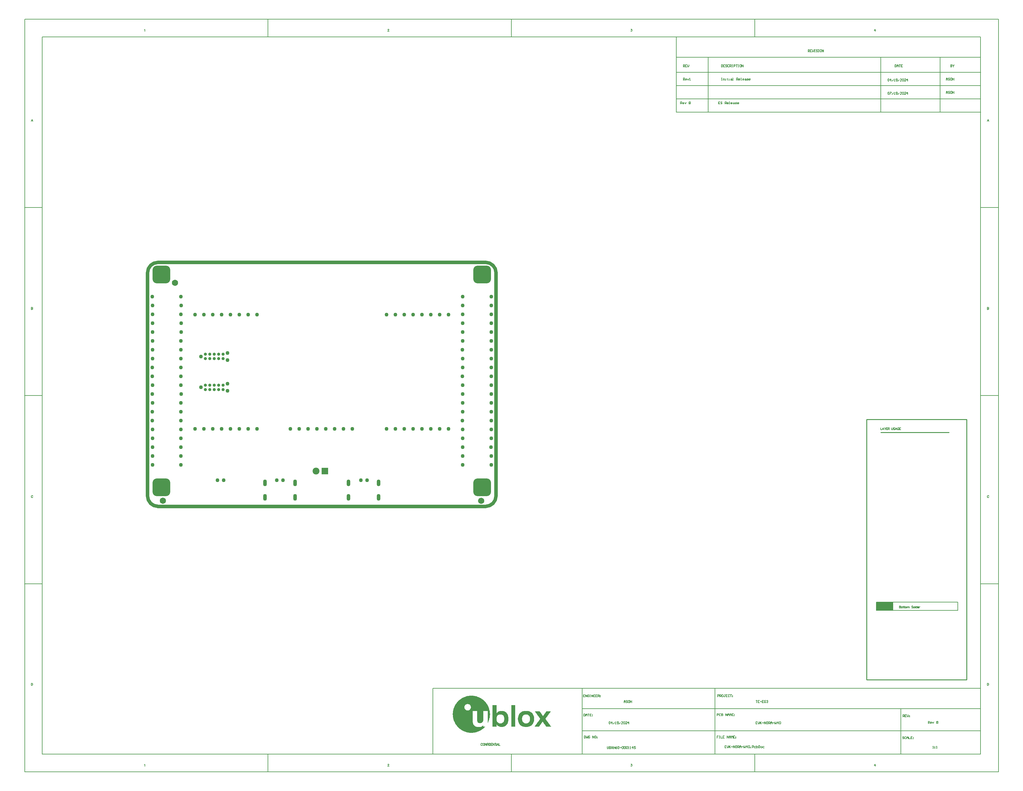
<source format=gbs>
G04*
G04 #@! TF.GenerationSoftware,Altium Limited,Altium Designer,24.5.2 (23)*
G04*
G04 Layer_Color=16711935*
%FSLAX44Y44*%
%MOMM*%
G71*
G04*
G04 #@! TF.SameCoordinates,92D1E149-34EC-4A89-AFD8-A094A270A496*
G04*
G04*
G04 #@! TF.FilePolarity,Negative*
G04*
G01*
G75*
%ADD10C,0.1270*%
%ADD12C,0.2000*%
%ADD14C,0.2540*%
%ADD16C,0.1500*%
%ADD18C,0.1524*%
%ADD21R,4.8260X2.4130*%
%ADD22C,1.0000*%
%ADD159O,1.1000X1.9000*%
%ADD160C,0.1000*%
%ADD161C,1.1000*%
%ADD162C,1.9796*%
%ADD163R,1.8796X1.8796*%
G04:AMPARAMS|DCode=164|XSize=5.1mm|YSize=5.1mm|CornerRadius=1.3mm|HoleSize=0mm|Usage=FLASHONLY|Rotation=0.000|XOffset=0mm|YOffset=0mm|HoleType=Round|Shape=RoundedRectangle|*
%AMROUNDEDRECTD164*
21,1,5.1000,2.5000,0,0,0.0*
21,1,2.5000,5.1000,0,0,0.0*
1,1,2.6000,1.2500,-1.2500*
1,1,2.6000,-1.2500,-1.2500*
1,1,2.6000,-1.2500,1.2500*
1,1,2.6000,1.2500,1.2500*
%
%ADD164ROUNDEDRECTD164*%
%ADD184C,0.9000*%
G36*
X81111Y649166D02*
X82590Y648553D01*
X83921Y647663D01*
X85053Y646531D01*
X85943Y645200D01*
X86556Y643721D01*
X86868Y642150D01*
Y641350D01*
Y640549D01*
X86556Y638979D01*
X85943Y637500D01*
X85053Y636169D01*
X83921Y635037D01*
X82590Y634147D01*
X81111Y633534D01*
X79541Y633222D01*
X77939D01*
X76369Y633534D01*
X74890Y634147D01*
X73559Y635037D01*
X72427Y636169D01*
X71537Y637500D01*
X70924Y638979D01*
X70612Y640549D01*
Y641350D01*
Y642150D01*
X70924Y643721D01*
X71537Y645200D01*
X72427Y646531D01*
X73559Y647663D01*
X74890Y648553D01*
X76369Y649166D01*
X77939Y649478D01*
X79541D01*
X81111Y649166D01*
D02*
G37*
G36*
X46313Y24072D02*
X47792Y23459D01*
X49123Y22569D01*
X50255Y21437D01*
X51145Y20106D01*
X51758Y18627D01*
X52070Y17056D01*
Y16256D01*
Y15455D01*
X51758Y13885D01*
X51145Y12406D01*
X50255Y11075D01*
X49123Y9943D01*
X47792Y9053D01*
X46313Y8440D01*
X44742Y8128D01*
X43141D01*
X41571Y8440D01*
X40092Y9053D01*
X38761Y9943D01*
X37629Y11075D01*
X36739Y12406D01*
X36126Y13885D01*
X35814Y15455D01*
Y16256D01*
Y17056D01*
X36126Y18627D01*
X36739Y20106D01*
X37629Y21437D01*
X38761Y22569D01*
X40092Y23459D01*
X41571Y24072D01*
X43141Y24384D01*
X44742D01*
X46313Y24072D01*
D02*
G37*
G36*
X959697Y23818D02*
X961176Y23205D01*
X962507Y22315D01*
X963639Y21183D01*
X964529Y19852D01*
X965142Y18373D01*
X965454Y16803D01*
Y16002D01*
Y15201D01*
X965142Y13631D01*
X964529Y12152D01*
X963639Y10821D01*
X962507Y9689D01*
X961176Y8799D01*
X959697Y8186D01*
X958127Y7874D01*
X956525D01*
X954955Y8186D01*
X953476Y8799D01*
X952145Y9689D01*
X951013Y10821D01*
X950123Y12152D01*
X949510Y13631D01*
X949198Y15201D01*
Y16002D01*
Y16803D01*
X949510Y18373D01*
X950123Y19852D01*
X951013Y21183D01*
X952145Y22315D01*
X953476Y23205D01*
X954955Y23818D01*
X956525Y24130D01*
X958127D01*
X959697Y23818D01*
D02*
G37*
G36*
X1157245Y-588172D02*
X1156792D01*
Y-588626D01*
Y-589080D01*
X1156338D01*
Y-589533D01*
X1155885D01*
Y-589987D01*
X1155431D01*
Y-590440D01*
Y-590894D01*
X1154978D01*
Y-591347D01*
X1154524D01*
Y-591801D01*
Y-592254D01*
X1154071D01*
Y-592708D01*
X1153617D01*
Y-593162D01*
X1153164D01*
Y-593615D01*
Y-594069D01*
X1152710D01*
Y-594522D01*
X1152256D01*
Y-594976D01*
X1151803D01*
Y-595429D01*
Y-595883D01*
X1151349D01*
Y-596337D01*
X1150896D01*
Y-596790D01*
X1150442D01*
Y-597244D01*
Y-597697D01*
X1149989D01*
Y-598151D01*
X1149535D01*
Y-598604D01*
Y-599058D01*
X1149081D01*
Y-599511D01*
X1148628D01*
Y-599965D01*
X1148174D01*
Y-600419D01*
Y-600872D01*
X1147721D01*
Y-601326D01*
X1147267D01*
Y-601779D01*
X1146814D01*
Y-602233D01*
Y-602686D01*
X1146360D01*
Y-603140D01*
X1145907D01*
Y-603593D01*
Y-604047D01*
X1145453D01*
Y-604501D01*
X1144999D01*
Y-604954D01*
X1144546D01*
Y-605408D01*
Y-605861D01*
X1144092D01*
Y-606315D01*
X1143639D01*
Y-606768D01*
X1143185D01*
Y-607222D01*
Y-607675D01*
X1142732D01*
Y-608129D01*
X1142278D01*
Y-608583D01*
X1141825D01*
Y-609036D01*
Y-609490D01*
Y-609943D01*
X1142278D01*
Y-610397D01*
Y-610850D01*
X1142732D01*
Y-611304D01*
X1143185D01*
Y-611758D01*
X1143639D01*
Y-612211D01*
Y-612665D01*
X1144092D01*
Y-613118D01*
X1144546D01*
Y-613572D01*
X1144999D01*
Y-614025D01*
Y-614479D01*
X1145453D01*
Y-614932D01*
X1145907D01*
Y-615386D01*
Y-615839D01*
X1146360D01*
Y-616293D01*
X1146814D01*
Y-616747D01*
X1147267D01*
Y-617200D01*
Y-617654D01*
X1147721D01*
Y-618107D01*
X1148174D01*
Y-618561D01*
X1148628D01*
Y-619014D01*
Y-619468D01*
X1149081D01*
Y-619921D01*
X1149535D01*
Y-620375D01*
X1149989D01*
Y-620829D01*
Y-621282D01*
X1150442D01*
Y-621736D01*
X1150896D01*
Y-622189D01*
X1151349D01*
Y-622643D01*
Y-623096D01*
X1151803D01*
Y-623550D01*
X1152256D01*
Y-624003D01*
X1152710D01*
Y-624457D01*
Y-624911D01*
X1153164D01*
Y-625364D01*
X1153617D01*
Y-625818D01*
X1154071D01*
Y-626271D01*
Y-626725D01*
X1154524D01*
Y-627178D01*
X1154978D01*
Y-627632D01*
Y-628086D01*
X1155431D01*
Y-628539D01*
X1155885D01*
Y-628993D01*
X1156338D01*
Y-629446D01*
Y-629900D01*
X1156792D01*
Y-630353D01*
X1157245D01*
Y-630807D01*
X1157699D01*
Y-631260D01*
X1158153D01*
Y-631714D01*
X1143639D01*
Y-631260D01*
Y-630807D01*
X1143185D01*
Y-630353D01*
X1142732D01*
Y-629900D01*
X1142278D01*
Y-629446D01*
Y-628993D01*
X1141825D01*
Y-628539D01*
X1141371D01*
Y-628086D01*
X1140918D01*
Y-627632D01*
Y-627178D01*
X1140464D01*
Y-626725D01*
X1140010D01*
Y-626271D01*
Y-625818D01*
X1139557D01*
Y-625364D01*
X1139103D01*
Y-624911D01*
X1138650D01*
Y-624457D01*
Y-624003D01*
X1138196D01*
Y-623550D01*
X1137743D01*
Y-623096D01*
X1137289D01*
Y-622643D01*
Y-622189D01*
X1136835D01*
Y-621736D01*
X1136382D01*
Y-621282D01*
Y-620829D01*
X1135928D01*
Y-620375D01*
X1135475D01*
Y-619921D01*
X1135021D01*
Y-619468D01*
Y-619014D01*
X1134568D01*
Y-618561D01*
X1134114D01*
Y-618107D01*
X1133661D01*
Y-617654D01*
X1133207D01*
Y-618107D01*
Y-618561D01*
X1132754D01*
Y-619014D01*
X1132300D01*
Y-619468D01*
X1131846D01*
Y-619921D01*
Y-620375D01*
X1131393D01*
Y-620829D01*
X1130939D01*
Y-621282D01*
Y-621736D01*
X1130486D01*
Y-622189D01*
X1130032D01*
Y-622643D01*
X1129579D01*
Y-623096D01*
Y-623550D01*
X1129125D01*
Y-624003D01*
X1128671D01*
Y-624457D01*
Y-624911D01*
X1128218D01*
Y-625364D01*
X1127764D01*
Y-625818D01*
X1127311D01*
Y-626271D01*
Y-626725D01*
X1126857D01*
Y-627178D01*
X1126404D01*
Y-627632D01*
Y-628086D01*
X1125950D01*
Y-628539D01*
X1125497D01*
Y-628993D01*
X1125043D01*
Y-629446D01*
Y-629900D01*
X1124589D01*
Y-630353D01*
X1124136D01*
Y-630807D01*
Y-631260D01*
X1123682D01*
Y-631714D01*
X1110529D01*
Y-631260D01*
X1110983D01*
Y-630807D01*
X1111436D01*
Y-630353D01*
Y-629900D01*
X1111890D01*
Y-629446D01*
X1112344D01*
Y-628993D01*
X1112797D01*
Y-628539D01*
Y-628086D01*
X1113251D01*
Y-627632D01*
X1113704D01*
Y-627178D01*
Y-626725D01*
X1114158D01*
Y-626271D01*
X1114611D01*
Y-625818D01*
X1115065D01*
Y-625364D01*
X1115518D01*
Y-624911D01*
Y-624457D01*
X1115972D01*
Y-624003D01*
X1116425D01*
Y-623550D01*
Y-623096D01*
X1116879D01*
Y-622643D01*
X1117333D01*
Y-622189D01*
X1117786D01*
Y-621736D01*
Y-621282D01*
X1118240D01*
Y-620829D01*
X1118693D01*
Y-620375D01*
X1119147D01*
Y-619921D01*
Y-619468D01*
X1119600D01*
Y-619014D01*
X1120054D01*
Y-618561D01*
X1120508D01*
Y-618107D01*
Y-617654D01*
X1120961D01*
Y-617200D01*
X1121415D01*
Y-616747D01*
X1121868D01*
Y-616293D01*
Y-615839D01*
X1122322D01*
Y-615386D01*
X1122775D01*
Y-614932D01*
X1123229D01*
Y-614479D01*
Y-614025D01*
X1123682D01*
Y-613572D01*
X1124136D01*
Y-613118D01*
X1124589D01*
Y-612665D01*
Y-612211D01*
X1125043D01*
Y-611758D01*
X1125497D01*
Y-611304D01*
Y-610850D01*
X1125950D01*
Y-610397D01*
X1126404D01*
Y-609943D01*
X1126857D01*
Y-609490D01*
Y-609036D01*
X1126404D01*
Y-608583D01*
X1125950D01*
Y-608129D01*
X1125497D01*
Y-607675D01*
Y-607222D01*
X1125043D01*
Y-606768D01*
X1124589D01*
Y-606315D01*
X1124136D01*
Y-605861D01*
Y-605408D01*
X1123682D01*
Y-604954D01*
X1123229D01*
Y-604501D01*
Y-604047D01*
X1122775D01*
Y-603593D01*
X1122322D01*
Y-603140D01*
X1121868D01*
Y-602686D01*
Y-602233D01*
X1121415D01*
Y-601779D01*
X1120961D01*
Y-601326D01*
X1120508D01*
Y-600872D01*
Y-600419D01*
X1120054D01*
Y-599965D01*
X1119600D01*
Y-599511D01*
Y-599058D01*
X1119147D01*
Y-598604D01*
X1118693D01*
Y-598151D01*
X1118240D01*
Y-597697D01*
Y-597244D01*
X1117786D01*
Y-596790D01*
X1117333D01*
Y-596337D01*
X1116879D01*
Y-595883D01*
Y-595429D01*
X1116425D01*
Y-594976D01*
X1115972D01*
Y-594522D01*
Y-594069D01*
X1115518D01*
Y-593615D01*
X1115065D01*
Y-593162D01*
X1114611D01*
Y-592708D01*
Y-592254D01*
X1114158D01*
Y-591801D01*
X1113704D01*
Y-591347D01*
X1113251D01*
Y-590894D01*
Y-590440D01*
X1112797D01*
Y-589987D01*
X1112344D01*
Y-589533D01*
Y-589080D01*
X1111890D01*
Y-588626D01*
X1111436D01*
Y-588172D01*
X1110983D01*
Y-587719D01*
X1125043D01*
Y-588172D01*
X1125497D01*
Y-588626D01*
X1125950D01*
Y-589080D01*
Y-589533D01*
X1126404D01*
Y-589987D01*
X1126857D01*
Y-590440D01*
X1127311D01*
Y-590894D01*
Y-591347D01*
X1127764D01*
Y-591801D01*
X1128218D01*
Y-592254D01*
Y-592708D01*
X1128671D01*
Y-593162D01*
X1129125D01*
Y-593615D01*
Y-594069D01*
X1129579D01*
Y-594522D01*
X1130032D01*
Y-594976D01*
X1130486D01*
Y-595429D01*
Y-595883D01*
X1130939D01*
Y-596337D01*
X1131393D01*
Y-596790D01*
Y-597244D01*
X1131846D01*
Y-597697D01*
X1132300D01*
Y-598151D01*
X1132754D01*
Y-598604D01*
Y-599058D01*
X1133207D01*
Y-599511D01*
X1133661D01*
Y-599965D01*
Y-600419D01*
X1134114D01*
Y-600872D01*
X1134568D01*
Y-601326D01*
X1135021D01*
Y-600872D01*
X1135475D01*
Y-600419D01*
Y-599965D01*
X1135928D01*
Y-599511D01*
X1136382D01*
Y-599058D01*
X1136835D01*
Y-598604D01*
Y-598151D01*
X1137289D01*
Y-597697D01*
X1137743D01*
Y-597244D01*
Y-596790D01*
X1138196D01*
Y-596337D01*
X1138650D01*
Y-595883D01*
X1139103D01*
Y-595429D01*
Y-594976D01*
X1139557D01*
Y-594522D01*
X1140010D01*
Y-594069D01*
Y-593615D01*
X1140464D01*
Y-593162D01*
X1140918D01*
Y-592708D01*
X1141371D01*
Y-592254D01*
Y-591801D01*
X1141825D01*
Y-591347D01*
X1142278D01*
Y-590894D01*
Y-590440D01*
X1142732D01*
Y-589987D01*
X1143185D01*
Y-589533D01*
X1143639D01*
Y-589080D01*
Y-588626D01*
X1144092D01*
Y-588172D01*
X1144546D01*
Y-587719D01*
X1157245D01*
Y-588172D01*
D02*
G37*
G36*
X931375Y-543270D02*
X935910D01*
Y-543724D01*
X938632D01*
Y-544178D01*
X940899D01*
Y-544631D01*
X942713D01*
Y-545085D01*
X944528D01*
Y-545538D01*
X945888D01*
Y-545992D01*
X947249D01*
Y-546445D01*
X948610D01*
Y-546899D01*
X949517D01*
Y-547352D01*
X950878D01*
Y-547806D01*
X951785D01*
Y-548260D01*
X952692D01*
Y-548713D01*
X953599D01*
Y-549167D01*
X954506D01*
Y-549620D01*
X955413D01*
Y-550074D01*
X955867D01*
Y-550527D01*
X956774D01*
Y-550981D01*
X957681D01*
Y-551435D01*
X958135D01*
Y-551888D01*
X959042D01*
Y-552342D01*
X959495D01*
Y-552795D01*
X960402D01*
Y-553249D01*
X960856D01*
Y-553702D01*
X961309D01*
Y-554156D01*
X962216D01*
Y-554609D01*
X962670D01*
Y-555063D01*
X963123D01*
Y-555517D01*
X963577D01*
Y-555970D01*
X964484D01*
Y-556424D01*
X964938D01*
Y-556877D01*
X965391D01*
Y-557331D01*
X965845D01*
Y-557784D01*
X966298D01*
Y-558238D01*
X966752D01*
Y-558691D01*
X967206D01*
Y-559145D01*
X967659D01*
Y-559599D01*
X968113D01*
Y-560052D01*
X968566D01*
Y-560506D01*
X969020D01*
Y-560959D01*
X969473D01*
Y-561413D01*
Y-561866D01*
X969927D01*
Y-562320D01*
X970380D01*
Y-562773D01*
X970834D01*
Y-563227D01*
X971288D01*
Y-563680D01*
Y-564134D01*
X971741D01*
Y-564588D01*
X972195D01*
Y-565041D01*
X972648D01*
Y-565495D01*
Y-565948D01*
X973102D01*
Y-566402D01*
X973555D01*
Y-566855D01*
Y-567309D01*
X974009D01*
Y-567762D01*
X974463D01*
Y-568216D01*
Y-568670D01*
X974916D01*
Y-569123D01*
X975370D01*
Y-569577D01*
Y-570030D01*
X975823D01*
Y-570484D01*
Y-570937D01*
X976277D01*
Y-571391D01*
Y-571844D01*
X976730D01*
Y-572298D01*
Y-572752D01*
X977184D01*
Y-573205D01*
Y-573659D01*
X977637D01*
Y-574112D01*
Y-574566D01*
X978091D01*
Y-575019D01*
Y-575473D01*
X978544D01*
Y-575927D01*
Y-576380D01*
Y-576834D01*
X978998D01*
Y-577287D01*
Y-577741D01*
X979452D01*
Y-578194D01*
Y-578648D01*
Y-579101D01*
X979905D01*
Y-579555D01*
Y-580009D01*
Y-580462D01*
X980359D01*
Y-580916D01*
Y-581369D01*
Y-581823D01*
Y-582276D01*
X980812D01*
Y-582730D01*
Y-583183D01*
Y-583637D01*
Y-584090D01*
X981266D01*
Y-584544D01*
Y-584998D01*
Y-585451D01*
Y-585905D01*
X981719D01*
Y-586358D01*
Y-586812D01*
Y-587265D01*
Y-587719D01*
Y-588172D01*
Y-588626D01*
Y-589080D01*
X982173D01*
Y-589533D01*
Y-589987D01*
Y-590440D01*
Y-590894D01*
Y-591347D01*
Y-591801D01*
Y-592254D01*
Y-592708D01*
Y-593162D01*
Y-593615D01*
Y-594069D01*
X982626D01*
Y-594522D01*
Y-594976D01*
Y-595429D01*
Y-595883D01*
Y-596337D01*
Y-596790D01*
Y-597244D01*
Y-597697D01*
Y-598151D01*
Y-598604D01*
X982173D01*
Y-599058D01*
Y-599511D01*
Y-599965D01*
Y-600419D01*
Y-600872D01*
Y-601326D01*
Y-601779D01*
Y-602233D01*
Y-602686D01*
Y-603140D01*
Y-603593D01*
X981719D01*
Y-604047D01*
Y-604501D01*
Y-604954D01*
Y-605408D01*
Y-605861D01*
Y-606315D01*
X981266D01*
Y-606768D01*
Y-607222D01*
Y-607675D01*
Y-608129D01*
Y-608583D01*
X980812D01*
Y-609036D01*
Y-609490D01*
Y-609943D01*
Y-610397D01*
X980359D01*
Y-610850D01*
Y-611304D01*
Y-611758D01*
Y-612211D01*
X979905D01*
Y-612665D01*
Y-613118D01*
Y-613572D01*
X979452D01*
Y-614025D01*
Y-614479D01*
X978998D01*
Y-614932D01*
Y-615386D01*
Y-615839D01*
X978544D01*
Y-616293D01*
Y-616747D01*
X978091D01*
Y-617200D01*
Y-617654D01*
Y-618107D01*
X977637D01*
Y-618561D01*
Y-619014D01*
X977184D01*
Y-619468D01*
Y-619921D01*
X976730D01*
Y-620375D01*
Y-620829D01*
X976277D01*
Y-621282D01*
Y-621736D01*
X975823D01*
Y-621282D01*
Y-620829D01*
Y-620375D01*
Y-619921D01*
Y-619468D01*
Y-619014D01*
Y-618561D01*
Y-618107D01*
Y-617654D01*
Y-617200D01*
Y-616747D01*
Y-616293D01*
Y-615839D01*
Y-615386D01*
Y-614932D01*
Y-614479D01*
Y-614025D01*
Y-613572D01*
Y-613118D01*
Y-612665D01*
Y-612211D01*
Y-611758D01*
Y-611304D01*
Y-610850D01*
Y-610397D01*
Y-609943D01*
Y-609490D01*
Y-609036D01*
Y-608583D01*
Y-608129D01*
Y-607675D01*
Y-607222D01*
Y-606768D01*
Y-606315D01*
Y-605861D01*
Y-605408D01*
Y-604954D01*
Y-604501D01*
Y-604047D01*
Y-603593D01*
Y-603140D01*
Y-602686D01*
Y-602233D01*
Y-601779D01*
Y-601326D01*
Y-600872D01*
Y-600419D01*
Y-599965D01*
Y-599511D01*
Y-599058D01*
Y-598604D01*
Y-598151D01*
Y-597697D01*
Y-597244D01*
Y-596790D01*
Y-596337D01*
Y-595883D01*
Y-595429D01*
Y-594976D01*
Y-594522D01*
Y-594069D01*
Y-593615D01*
Y-593162D01*
Y-592708D01*
Y-592254D01*
Y-591801D01*
Y-591347D01*
Y-590894D01*
Y-590440D01*
Y-589987D01*
Y-589533D01*
Y-589080D01*
Y-588626D01*
Y-588172D01*
Y-587719D01*
Y-587265D01*
X963123D01*
Y-587719D01*
Y-588172D01*
Y-588626D01*
Y-589080D01*
Y-589533D01*
Y-589987D01*
Y-590440D01*
Y-590894D01*
Y-591347D01*
Y-591801D01*
Y-592254D01*
Y-592708D01*
Y-593162D01*
Y-593615D01*
Y-594069D01*
Y-594522D01*
Y-594976D01*
Y-595429D01*
Y-595883D01*
Y-596337D01*
Y-596790D01*
Y-597244D01*
Y-597697D01*
Y-598151D01*
Y-598604D01*
Y-599058D01*
Y-599511D01*
Y-599965D01*
Y-600419D01*
Y-600872D01*
Y-601326D01*
Y-601779D01*
Y-602233D01*
Y-602686D01*
Y-603140D01*
Y-603593D01*
Y-604047D01*
Y-604501D01*
Y-604954D01*
Y-605408D01*
Y-605861D01*
Y-606315D01*
Y-606768D01*
Y-607222D01*
Y-607675D01*
Y-608129D01*
Y-608583D01*
Y-609036D01*
Y-609490D01*
Y-609943D01*
Y-610397D01*
Y-610850D01*
Y-611304D01*
Y-611758D01*
Y-612211D01*
Y-612665D01*
Y-613118D01*
Y-613572D01*
Y-614025D01*
Y-614479D01*
Y-614932D01*
X962670D01*
Y-615386D01*
Y-615839D01*
Y-616293D01*
Y-616747D01*
X962216D01*
Y-617200D01*
Y-617654D01*
X961763D01*
Y-618107D01*
Y-618561D01*
X961309D01*
Y-619014D01*
X960856D01*
Y-619468D01*
X960402D01*
Y-619921D01*
X959949D01*
Y-620375D01*
X959495D01*
Y-620829D01*
X958588D01*
Y-621282D01*
X957227D01*
Y-621736D01*
X950878D01*
Y-621282D01*
X949517D01*
Y-620829D01*
X948610D01*
Y-620375D01*
X948156D01*
Y-619921D01*
X947703D01*
Y-619468D01*
X947249D01*
Y-619014D01*
Y-618561D01*
X946796D01*
Y-618107D01*
Y-617654D01*
X946342D01*
Y-617200D01*
Y-616747D01*
Y-616293D01*
Y-615839D01*
X945888D01*
Y-615386D01*
Y-614932D01*
Y-614479D01*
Y-614025D01*
Y-613572D01*
Y-613118D01*
Y-612665D01*
Y-612211D01*
Y-611758D01*
Y-611304D01*
Y-610850D01*
Y-610397D01*
Y-609943D01*
Y-609490D01*
Y-609036D01*
Y-608583D01*
Y-608129D01*
Y-607675D01*
Y-607222D01*
Y-606768D01*
Y-606315D01*
Y-605861D01*
Y-605408D01*
Y-604954D01*
Y-604501D01*
Y-604047D01*
Y-603593D01*
Y-603140D01*
Y-602686D01*
Y-602233D01*
Y-601779D01*
Y-601326D01*
Y-600872D01*
Y-600419D01*
Y-599965D01*
Y-599511D01*
Y-599058D01*
Y-598604D01*
Y-598151D01*
Y-597697D01*
Y-597244D01*
Y-596790D01*
Y-596337D01*
Y-595883D01*
Y-595429D01*
Y-594976D01*
Y-594522D01*
Y-594069D01*
Y-593615D01*
Y-593162D01*
Y-592708D01*
Y-592254D01*
Y-591801D01*
Y-591347D01*
Y-590894D01*
Y-590440D01*
Y-589987D01*
Y-589533D01*
Y-589080D01*
Y-588626D01*
Y-588172D01*
Y-587719D01*
Y-587265D01*
X933189D01*
Y-587719D01*
Y-588172D01*
Y-588626D01*
Y-589080D01*
Y-589533D01*
Y-589987D01*
Y-590440D01*
Y-590894D01*
Y-591347D01*
Y-591801D01*
Y-592254D01*
Y-592708D01*
Y-593162D01*
Y-593615D01*
Y-594069D01*
Y-594522D01*
Y-594976D01*
Y-595429D01*
Y-595883D01*
Y-596337D01*
Y-596790D01*
Y-597244D01*
Y-597697D01*
Y-598151D01*
Y-598604D01*
Y-599058D01*
Y-599511D01*
Y-599965D01*
Y-600419D01*
Y-600872D01*
Y-601326D01*
Y-601779D01*
Y-602233D01*
Y-602686D01*
Y-603140D01*
Y-603593D01*
Y-604047D01*
Y-604501D01*
Y-604954D01*
Y-605408D01*
Y-605861D01*
Y-606315D01*
Y-606768D01*
Y-607222D01*
Y-607675D01*
Y-608129D01*
Y-608583D01*
Y-609036D01*
Y-609490D01*
Y-609943D01*
Y-610397D01*
Y-610850D01*
Y-611304D01*
Y-611758D01*
Y-612211D01*
Y-612665D01*
Y-613118D01*
Y-613572D01*
Y-614025D01*
Y-614479D01*
Y-614932D01*
Y-615386D01*
Y-615839D01*
Y-616293D01*
Y-616747D01*
Y-617200D01*
Y-617654D01*
Y-618107D01*
Y-618561D01*
Y-619014D01*
Y-619468D01*
Y-619921D01*
Y-620375D01*
X933642D01*
Y-620829D01*
Y-621282D01*
Y-621736D01*
Y-622189D01*
X934096D01*
Y-622643D01*
Y-623096D01*
Y-623550D01*
X934549D01*
Y-624003D01*
Y-624457D01*
Y-624911D01*
X935003D01*
Y-625364D01*
Y-625818D01*
X935457D01*
Y-626271D01*
X935910D01*
Y-626725D01*
Y-627178D01*
X936364D01*
Y-627632D01*
X936817D01*
Y-628086D01*
X937271D01*
Y-628539D01*
X937724D01*
Y-628993D01*
X938178D01*
Y-629446D01*
X938632D01*
Y-629900D01*
X939539D01*
Y-630353D01*
X939992D01*
Y-630807D01*
X940899D01*
Y-631260D01*
X941806D01*
Y-631714D01*
X942713D01*
Y-632168D01*
X944074D01*
Y-632621D01*
X945888D01*
Y-633075D01*
X954960D01*
Y-632621D01*
X956774D01*
Y-632168D01*
X957681D01*
Y-631714D01*
X959042D01*
Y-631260D01*
X959495D01*
Y-630807D01*
X960402D01*
Y-630353D01*
X960856D01*
Y-629900D01*
X961309D01*
Y-629446D01*
X962216D01*
Y-628993D01*
X962670D01*
Y-628539D01*
X963123D01*
Y-628086D01*
Y-627632D01*
X963577D01*
Y-628086D01*
Y-628539D01*
Y-628993D01*
Y-629446D01*
Y-629900D01*
Y-630353D01*
Y-630807D01*
Y-631260D01*
Y-631714D01*
Y-632168D01*
X968566D01*
Y-632621D01*
X968113D01*
Y-633075D01*
X967659D01*
Y-633528D01*
X967206D01*
Y-633982D01*
X966752D01*
Y-634435D01*
X966298D01*
Y-634889D01*
X965845D01*
Y-635342D01*
X965391D01*
Y-635796D01*
X964938D01*
Y-636250D01*
X964031D01*
Y-636703D01*
X963577D01*
Y-637157D01*
X963123D01*
Y-637610D01*
X962670D01*
Y-638064D01*
X961763D01*
Y-638517D01*
X961309D01*
Y-638971D01*
X960856D01*
Y-639424D01*
X959949D01*
Y-639878D01*
X959495D01*
Y-640331D01*
X958588D01*
Y-640785D01*
X958135D01*
Y-641239D01*
X957227D01*
Y-641692D01*
X956774D01*
Y-642146D01*
X955867D01*
Y-642599D01*
X954960D01*
Y-643053D01*
X954052D01*
Y-643506D01*
X953599D01*
Y-643960D01*
X952692D01*
Y-644414D01*
X951331D01*
Y-644867D01*
X950424D01*
Y-645321D01*
X949517D01*
Y-645774D01*
X948156D01*
Y-646228D01*
X947249D01*
Y-646681D01*
X945888D01*
Y-647135D01*
X944074D01*
Y-647588D01*
X942713D01*
Y-648042D01*
X940899D01*
Y-648495D01*
X938178D01*
Y-648949D01*
X935003D01*
Y-649403D01*
X923211D01*
Y-648949D01*
X920036D01*
Y-648495D01*
X917768D01*
Y-648042D01*
X915954D01*
Y-647588D01*
X914139D01*
Y-647135D01*
X912779D01*
Y-646681D01*
X911418D01*
Y-646228D01*
X910058D01*
Y-645774D01*
X909150D01*
Y-645321D01*
X907790D01*
Y-644867D01*
X906883D01*
Y-644414D01*
X905975D01*
Y-643960D01*
X905068D01*
Y-643506D01*
X904161D01*
Y-643053D01*
X903254D01*
Y-642599D01*
X902347D01*
Y-642146D01*
X901893D01*
Y-641692D01*
X900986D01*
Y-641239D01*
X900079D01*
Y-640785D01*
X899626D01*
Y-640331D01*
X898719D01*
Y-639878D01*
X898265D01*
Y-639424D01*
X897812D01*
Y-638971D01*
X896904D01*
Y-638517D01*
X896451D01*
Y-638064D01*
X895997D01*
Y-637610D01*
X895090D01*
Y-637157D01*
X894637D01*
Y-636703D01*
X894183D01*
Y-636250D01*
X893729D01*
Y-635796D01*
X893276D01*
Y-635342D01*
X892822D01*
Y-634889D01*
X892369D01*
Y-634435D01*
X891915D01*
Y-633982D01*
X891462D01*
Y-633528D01*
X891008D01*
Y-633075D01*
X890555D01*
Y-632621D01*
X890101D01*
Y-632168D01*
X889648D01*
Y-631714D01*
X889194D01*
Y-631260D01*
X888740D01*
Y-630807D01*
X888287D01*
Y-630353D01*
X887833D01*
Y-629900D01*
Y-629446D01*
X887380D01*
Y-628993D01*
X886926D01*
Y-628539D01*
X886473D01*
Y-628086D01*
X886019D01*
Y-627632D01*
Y-627178D01*
X885565D01*
Y-626725D01*
X885112D01*
Y-626271D01*
Y-625818D01*
X884658D01*
Y-625364D01*
X884205D01*
Y-624911D01*
Y-624457D01*
X883751D01*
Y-624003D01*
X883298D01*
Y-623550D01*
Y-623096D01*
X882844D01*
Y-622643D01*
Y-622189D01*
X882391D01*
Y-621736D01*
Y-621282D01*
X881937D01*
Y-620829D01*
Y-620375D01*
X881484D01*
Y-619921D01*
Y-619468D01*
X881030D01*
Y-619014D01*
Y-618561D01*
X880576D01*
Y-618107D01*
Y-617654D01*
X880123D01*
Y-617200D01*
Y-616747D01*
X879669D01*
Y-616293D01*
Y-615839D01*
Y-615386D01*
X879216D01*
Y-614932D01*
Y-614479D01*
Y-614025D01*
X878762D01*
Y-613572D01*
Y-613118D01*
X878309D01*
Y-612665D01*
Y-612211D01*
Y-611758D01*
Y-611304D01*
X877855D01*
Y-610850D01*
Y-610397D01*
Y-609943D01*
X877402D01*
Y-609490D01*
Y-609036D01*
Y-608583D01*
Y-608129D01*
X876948D01*
Y-607675D01*
Y-607222D01*
Y-606768D01*
Y-606315D01*
Y-605861D01*
X876494D01*
Y-605408D01*
Y-604954D01*
Y-604501D01*
Y-604047D01*
Y-603593D01*
Y-603140D01*
Y-602686D01*
X876041D01*
Y-602233D01*
Y-601779D01*
Y-601326D01*
Y-600872D01*
Y-600419D01*
Y-599965D01*
Y-599511D01*
Y-599058D01*
Y-598604D01*
Y-598151D01*
X875587D01*
Y-597697D01*
Y-597244D01*
Y-596790D01*
Y-596337D01*
Y-595883D01*
Y-595429D01*
Y-594976D01*
Y-594522D01*
Y-594069D01*
X876041D01*
Y-593615D01*
Y-593162D01*
Y-592708D01*
Y-592254D01*
Y-591801D01*
Y-591347D01*
Y-590894D01*
Y-590440D01*
Y-589987D01*
X876494D01*
Y-589533D01*
Y-589080D01*
Y-588626D01*
Y-588172D01*
Y-587719D01*
Y-587265D01*
Y-586812D01*
X876948D01*
Y-586358D01*
Y-585905D01*
Y-585451D01*
Y-584998D01*
Y-584544D01*
X877402D01*
Y-584090D01*
Y-583637D01*
Y-583183D01*
Y-582730D01*
X877855D01*
Y-582276D01*
Y-581823D01*
Y-581369D01*
Y-580916D01*
X878309D01*
Y-580462D01*
Y-580009D01*
Y-579555D01*
X878762D01*
Y-579101D01*
Y-578648D01*
Y-578194D01*
X879216D01*
Y-577741D01*
Y-577287D01*
X879669D01*
Y-576834D01*
Y-576380D01*
Y-575927D01*
X880123D01*
Y-575473D01*
Y-575019D01*
X880576D01*
Y-574566D01*
Y-574112D01*
Y-573659D01*
X881030D01*
Y-573205D01*
Y-572752D01*
X881484D01*
Y-572298D01*
Y-571844D01*
X881937D01*
Y-571391D01*
Y-570937D01*
X882391D01*
Y-570484D01*
X882844D01*
Y-570030D01*
Y-569577D01*
X883298D01*
Y-569123D01*
Y-568670D01*
X883751D01*
Y-568216D01*
X884205D01*
Y-567762D01*
Y-567309D01*
X884658D01*
Y-566855D01*
X885112D01*
Y-566402D01*
Y-565948D01*
X885565D01*
Y-565495D01*
X886019D01*
Y-565041D01*
Y-564588D01*
X886473D01*
Y-564134D01*
X886926D01*
Y-563680D01*
X887380D01*
Y-563227D01*
Y-562773D01*
X887833D01*
Y-562320D01*
X888287D01*
Y-561866D01*
X888740D01*
Y-561413D01*
X889194D01*
Y-560959D01*
X889648D01*
Y-560506D01*
X890101D01*
Y-560052D01*
X890555D01*
Y-559599D01*
Y-559145D01*
X891008D01*
Y-558691D01*
X891462D01*
Y-558238D01*
X891915D01*
Y-557784D01*
X892822D01*
Y-557331D01*
X893276D01*
Y-556877D01*
X893729D01*
Y-556424D01*
X894183D01*
Y-555970D01*
X894637D01*
Y-555517D01*
X895090D01*
Y-555063D01*
X895544D01*
Y-554609D01*
X896451D01*
Y-554156D01*
X896904D01*
Y-553702D01*
X897358D01*
Y-553249D01*
X898265D01*
Y-552795D01*
X898719D01*
Y-552342D01*
X899626D01*
Y-551888D01*
X900079D01*
Y-551435D01*
X900986D01*
Y-550981D01*
X901440D01*
Y-550527D01*
X902347D01*
Y-550074D01*
X903254D01*
Y-549620D01*
X903708D01*
Y-549167D01*
X905068D01*
Y-548713D01*
X905975D01*
Y-548260D01*
X906883D01*
Y-547806D01*
X907790D01*
Y-547352D01*
X908697D01*
Y-546899D01*
X910058D01*
Y-546445D01*
X910965D01*
Y-545992D01*
X912325D01*
Y-545538D01*
X913686D01*
Y-545085D01*
X915500D01*
Y-544631D01*
X917314D01*
Y-544178D01*
X919582D01*
Y-543724D01*
X922757D01*
Y-543270D01*
X927293D01*
Y-542817D01*
X931375D01*
Y-543270D01*
D02*
G37*
G36*
X1055195Y-570484D02*
Y-570937D01*
Y-571391D01*
Y-571844D01*
Y-572298D01*
Y-572752D01*
Y-573205D01*
Y-573659D01*
Y-574112D01*
Y-574566D01*
Y-575019D01*
Y-575473D01*
Y-575927D01*
Y-576380D01*
Y-576834D01*
Y-577287D01*
Y-577741D01*
Y-578194D01*
Y-578648D01*
Y-579101D01*
Y-579555D01*
Y-580009D01*
Y-580462D01*
Y-580916D01*
Y-581369D01*
Y-581823D01*
Y-582276D01*
Y-582730D01*
Y-583183D01*
Y-583637D01*
Y-584090D01*
Y-584544D01*
Y-584998D01*
Y-585451D01*
Y-585905D01*
Y-586358D01*
Y-586812D01*
Y-587265D01*
Y-587719D01*
Y-588172D01*
Y-588626D01*
Y-589080D01*
Y-589533D01*
Y-589987D01*
Y-590440D01*
Y-590894D01*
Y-591347D01*
Y-591801D01*
Y-592254D01*
Y-592708D01*
Y-593162D01*
Y-593615D01*
Y-594069D01*
Y-594522D01*
Y-594976D01*
Y-595429D01*
Y-595883D01*
Y-596337D01*
Y-596790D01*
Y-597244D01*
Y-597697D01*
Y-598151D01*
Y-598604D01*
Y-599058D01*
Y-599511D01*
Y-599965D01*
Y-600419D01*
Y-600872D01*
Y-601326D01*
Y-601779D01*
Y-602233D01*
Y-602686D01*
Y-603140D01*
Y-603593D01*
Y-604047D01*
Y-604501D01*
Y-604954D01*
Y-605408D01*
Y-605861D01*
Y-606315D01*
Y-606768D01*
Y-607222D01*
Y-607675D01*
Y-608129D01*
Y-608583D01*
Y-609036D01*
Y-609490D01*
Y-609943D01*
Y-610397D01*
Y-610850D01*
Y-611304D01*
Y-611758D01*
Y-612211D01*
Y-612665D01*
Y-613118D01*
Y-613572D01*
Y-614025D01*
Y-614479D01*
Y-614932D01*
Y-615386D01*
Y-615839D01*
Y-616293D01*
Y-616747D01*
Y-617200D01*
Y-617654D01*
Y-618107D01*
Y-618561D01*
Y-619014D01*
Y-619468D01*
Y-619921D01*
Y-620375D01*
Y-620829D01*
Y-621282D01*
Y-621736D01*
Y-622189D01*
Y-622643D01*
Y-623096D01*
Y-623550D01*
Y-624003D01*
Y-624457D01*
Y-624911D01*
Y-625364D01*
Y-625818D01*
Y-626271D01*
Y-626725D01*
Y-627178D01*
Y-627632D01*
Y-628086D01*
Y-628539D01*
Y-628993D01*
Y-629446D01*
Y-629900D01*
Y-630353D01*
Y-630807D01*
Y-631260D01*
Y-631714D01*
X1043857D01*
Y-631260D01*
Y-630807D01*
Y-630353D01*
Y-629900D01*
Y-629446D01*
Y-628993D01*
Y-628539D01*
Y-628086D01*
Y-627632D01*
Y-627178D01*
Y-626725D01*
Y-626271D01*
Y-625818D01*
Y-625364D01*
Y-624911D01*
Y-624457D01*
Y-624003D01*
Y-623550D01*
Y-623096D01*
Y-622643D01*
Y-622189D01*
Y-621736D01*
Y-621282D01*
Y-620829D01*
Y-620375D01*
Y-619921D01*
Y-619468D01*
Y-619014D01*
Y-618561D01*
Y-618107D01*
Y-617654D01*
Y-617200D01*
Y-616747D01*
Y-616293D01*
Y-615839D01*
Y-615386D01*
Y-614932D01*
Y-614479D01*
Y-614025D01*
Y-613572D01*
Y-613118D01*
Y-612665D01*
Y-612211D01*
Y-611758D01*
Y-611304D01*
Y-610850D01*
Y-610397D01*
Y-609943D01*
Y-609490D01*
Y-609036D01*
Y-608583D01*
Y-608129D01*
Y-607675D01*
Y-607222D01*
Y-606768D01*
Y-606315D01*
Y-605861D01*
Y-605408D01*
Y-604954D01*
Y-604501D01*
Y-604047D01*
Y-603593D01*
Y-603140D01*
Y-602686D01*
Y-602233D01*
Y-601779D01*
Y-601326D01*
Y-600872D01*
Y-600419D01*
Y-599965D01*
Y-599511D01*
Y-599058D01*
Y-598604D01*
Y-598151D01*
Y-597697D01*
Y-597244D01*
Y-596790D01*
Y-596337D01*
Y-595883D01*
Y-595429D01*
Y-594976D01*
Y-594522D01*
Y-594069D01*
Y-593615D01*
Y-593162D01*
Y-592708D01*
Y-592254D01*
Y-591801D01*
Y-591347D01*
Y-590894D01*
Y-590440D01*
Y-589987D01*
Y-589533D01*
Y-589080D01*
Y-588626D01*
Y-588172D01*
Y-587719D01*
Y-587265D01*
Y-586812D01*
Y-586358D01*
Y-585905D01*
Y-585451D01*
Y-584998D01*
Y-584544D01*
Y-584090D01*
Y-583637D01*
Y-583183D01*
Y-582730D01*
Y-582276D01*
Y-581823D01*
Y-581369D01*
Y-580916D01*
Y-580462D01*
Y-580009D01*
Y-579555D01*
Y-579101D01*
Y-578648D01*
Y-578194D01*
Y-577741D01*
Y-577287D01*
Y-576834D01*
Y-576380D01*
Y-575927D01*
Y-575473D01*
Y-575019D01*
Y-574566D01*
Y-574112D01*
Y-573659D01*
Y-573205D01*
Y-572752D01*
Y-572298D01*
Y-571844D01*
Y-571391D01*
Y-570937D01*
Y-570484D01*
Y-570030D01*
X1055195D01*
Y-570484D01*
D02*
G37*
G36*
X1091480Y-587265D02*
X1093748D01*
Y-587719D01*
X1095108D01*
Y-588172D01*
X1096469D01*
Y-588626D01*
X1097376D01*
Y-589080D01*
X1098283D01*
Y-589533D01*
X1099190D01*
Y-589987D01*
X1100098D01*
Y-590440D01*
X1100551D01*
Y-590894D01*
X1101458D01*
Y-591347D01*
X1101912D01*
Y-591801D01*
X1102365D01*
Y-592254D01*
X1102819D01*
Y-592708D01*
X1103272D01*
Y-593162D01*
X1103726D01*
Y-593615D01*
X1104180D01*
Y-594069D01*
X1104633D01*
Y-594522D01*
X1105087D01*
Y-594976D01*
Y-595429D01*
X1105540D01*
Y-595883D01*
X1105994D01*
Y-596337D01*
Y-596790D01*
X1106447D01*
Y-597244D01*
Y-597697D01*
X1106901D01*
Y-598151D01*
Y-598604D01*
X1107354D01*
Y-599058D01*
Y-599511D01*
X1107808D01*
Y-599965D01*
Y-600419D01*
Y-600872D01*
X1108261D01*
Y-601326D01*
Y-601779D01*
Y-602233D01*
Y-602686D01*
Y-603140D01*
X1108715D01*
Y-603593D01*
Y-604047D01*
Y-604501D01*
Y-604954D01*
Y-605408D01*
Y-605861D01*
Y-606315D01*
X1109169D01*
Y-606768D01*
Y-607222D01*
Y-607675D01*
Y-608129D01*
Y-608583D01*
Y-609036D01*
Y-609490D01*
Y-609943D01*
Y-610397D01*
Y-610850D01*
Y-611304D01*
Y-611758D01*
Y-612211D01*
Y-612665D01*
Y-613118D01*
X1108715D01*
Y-613572D01*
Y-614025D01*
Y-614479D01*
Y-614932D01*
Y-615386D01*
Y-615839D01*
Y-616293D01*
X1108261D01*
Y-616747D01*
Y-617200D01*
Y-617654D01*
Y-618107D01*
X1107808D01*
Y-618561D01*
Y-619014D01*
Y-619468D01*
X1107354D01*
Y-619921D01*
Y-620375D01*
Y-620829D01*
X1106901D01*
Y-621282D01*
Y-621736D01*
X1106447D01*
Y-622189D01*
Y-622643D01*
X1105994D01*
Y-623096D01*
Y-623550D01*
X1105540D01*
Y-624003D01*
X1105087D01*
Y-624457D01*
X1104633D01*
Y-624911D01*
Y-625364D01*
X1104180D01*
Y-625818D01*
X1103726D01*
Y-626271D01*
X1103272D01*
Y-626725D01*
X1102819D01*
Y-627178D01*
X1102365D01*
Y-627632D01*
X1101912D01*
Y-628086D01*
X1101005D01*
Y-628539D01*
X1100551D01*
Y-628993D01*
X1099644D01*
Y-629446D01*
X1099190D01*
Y-629900D01*
X1098283D01*
Y-630353D01*
X1097376D01*
Y-630807D01*
X1096015D01*
Y-631260D01*
X1094655D01*
Y-631714D01*
X1093294D01*
Y-632168D01*
X1091026D01*
Y-632621D01*
X1081502D01*
Y-632168D01*
X1078780D01*
Y-631714D01*
X1076966D01*
Y-631260D01*
X1076059D01*
Y-630807D01*
X1074698D01*
Y-630353D01*
X1073791D01*
Y-629900D01*
X1072884D01*
Y-629446D01*
X1072430D01*
Y-628993D01*
X1071523D01*
Y-628539D01*
X1071070D01*
Y-628086D01*
X1070163D01*
Y-627632D01*
X1069709D01*
Y-627178D01*
X1069256D01*
Y-626725D01*
X1068802D01*
Y-626271D01*
X1068348D01*
Y-625818D01*
X1067895D01*
Y-625364D01*
X1067441D01*
Y-624911D01*
Y-624457D01*
X1066988D01*
Y-624003D01*
X1066534D01*
Y-623550D01*
X1066081D01*
Y-623096D01*
Y-622643D01*
X1065627D01*
Y-622189D01*
Y-621736D01*
X1065174D01*
Y-621282D01*
Y-620829D01*
X1064720D01*
Y-620375D01*
Y-619921D01*
Y-619468D01*
X1064267D01*
Y-619014D01*
Y-618561D01*
Y-618107D01*
X1063813D01*
Y-617654D01*
Y-617200D01*
Y-616747D01*
Y-616293D01*
X1063359D01*
Y-615839D01*
Y-615386D01*
Y-614932D01*
Y-614479D01*
Y-614025D01*
Y-613572D01*
Y-613118D01*
Y-612665D01*
X1062906D01*
Y-612211D01*
Y-611758D01*
Y-611304D01*
Y-610850D01*
Y-610397D01*
Y-609943D01*
Y-609490D01*
Y-609036D01*
Y-608583D01*
Y-608129D01*
Y-607675D01*
Y-607222D01*
Y-606768D01*
X1063359D01*
Y-606315D01*
Y-605861D01*
Y-605408D01*
Y-604954D01*
Y-604501D01*
Y-604047D01*
Y-603593D01*
Y-603140D01*
X1063813D01*
Y-602686D01*
Y-602233D01*
Y-601779D01*
Y-601326D01*
X1064267D01*
Y-600872D01*
Y-600419D01*
Y-599965D01*
X1064720D01*
Y-599511D01*
Y-599058D01*
Y-598604D01*
X1065174D01*
Y-598151D01*
Y-597697D01*
X1065627D01*
Y-597244D01*
Y-596790D01*
X1066081D01*
Y-596337D01*
Y-595883D01*
X1066534D01*
Y-595429D01*
X1066988D01*
Y-594976D01*
Y-594522D01*
X1067441D01*
Y-594069D01*
X1067895D01*
Y-593615D01*
X1068348D01*
Y-593162D01*
X1068802D01*
Y-592708D01*
X1069256D01*
Y-592254D01*
X1069709D01*
Y-591801D01*
X1070163D01*
Y-591347D01*
X1070616D01*
Y-590894D01*
X1071523D01*
Y-590440D01*
X1071977D01*
Y-589987D01*
X1072884D01*
Y-589533D01*
X1073791D01*
Y-589080D01*
X1074698D01*
Y-588626D01*
X1075605D01*
Y-588172D01*
X1076966D01*
Y-587719D01*
X1078327D01*
Y-587265D01*
X1080595D01*
Y-586812D01*
X1091480D01*
Y-587265D01*
D02*
G37*
G36*
X1001676Y-570484D02*
Y-570937D01*
Y-571391D01*
Y-571844D01*
Y-572298D01*
Y-572752D01*
Y-573205D01*
Y-573659D01*
Y-574112D01*
Y-574566D01*
Y-575019D01*
Y-575473D01*
Y-575927D01*
Y-576380D01*
Y-576834D01*
Y-577287D01*
Y-577741D01*
Y-578194D01*
Y-578648D01*
Y-579101D01*
Y-579555D01*
Y-580009D01*
Y-580462D01*
Y-580916D01*
Y-581369D01*
Y-581823D01*
Y-582276D01*
Y-582730D01*
Y-583183D01*
Y-583637D01*
Y-584090D01*
Y-584544D01*
Y-584998D01*
Y-585451D01*
Y-585905D01*
Y-586358D01*
Y-586812D01*
Y-587265D01*
Y-587719D01*
Y-588172D01*
Y-588626D01*
Y-589080D01*
Y-589533D01*
Y-589987D01*
Y-590440D01*
Y-590894D01*
Y-591347D01*
Y-591801D01*
Y-592254D01*
Y-592708D01*
X1002583D01*
Y-592254D01*
X1003036D01*
Y-591801D01*
X1003490D01*
Y-591347D01*
X1003944D01*
Y-590894D01*
X1004397D01*
Y-590440D01*
X1004851D01*
Y-589987D01*
X1005304D01*
Y-589533D01*
X1006211D01*
Y-589080D01*
X1006665D01*
Y-588626D01*
X1007572D01*
Y-588172D01*
X1008479D01*
Y-587719D01*
X1009840D01*
Y-587265D01*
X1011654D01*
Y-586812D01*
X1020272D01*
Y-587265D01*
X1022086D01*
Y-587719D01*
X1023447D01*
Y-588172D01*
X1024807D01*
Y-588626D01*
X1025714D01*
Y-589080D01*
X1026168D01*
Y-589533D01*
X1027075D01*
Y-589987D01*
X1027529D01*
Y-590440D01*
X1028436D01*
Y-590894D01*
X1028889D01*
Y-591347D01*
X1029343D01*
Y-591801D01*
X1029796D01*
Y-592254D01*
X1030250D01*
Y-592708D01*
X1030703D01*
Y-593162D01*
Y-593615D01*
X1031157D01*
Y-594069D01*
X1031610D01*
Y-594522D01*
X1032064D01*
Y-594976D01*
Y-595429D01*
X1032518D01*
Y-595883D01*
Y-596337D01*
X1032971D01*
Y-596790D01*
Y-597244D01*
X1033425D01*
Y-597697D01*
Y-598151D01*
X1033878D01*
Y-598604D01*
Y-599058D01*
Y-599511D01*
X1034332D01*
Y-599965D01*
Y-600419D01*
Y-600872D01*
Y-601326D01*
X1034785D01*
Y-601779D01*
Y-602233D01*
Y-602686D01*
Y-603140D01*
Y-603593D01*
X1035239D01*
Y-604047D01*
Y-604501D01*
Y-604954D01*
Y-605408D01*
Y-605861D01*
Y-606315D01*
Y-606768D01*
Y-607222D01*
Y-607675D01*
X1035693D01*
Y-608129D01*
X1035239D01*
Y-608583D01*
Y-609036D01*
Y-609490D01*
Y-609943D01*
Y-610397D01*
Y-610850D01*
Y-611304D01*
Y-611758D01*
Y-612211D01*
Y-612665D01*
Y-613118D01*
Y-613572D01*
Y-614025D01*
Y-614479D01*
Y-614932D01*
Y-615386D01*
Y-615839D01*
X1034785D01*
Y-616293D01*
Y-616747D01*
Y-617200D01*
Y-617654D01*
Y-618107D01*
X1034332D01*
Y-618561D01*
Y-619014D01*
Y-619468D01*
X1033878D01*
Y-619921D01*
Y-620375D01*
Y-620829D01*
X1033425D01*
Y-621282D01*
Y-621736D01*
Y-622189D01*
X1032971D01*
Y-622643D01*
Y-623096D01*
X1032518D01*
Y-623550D01*
Y-624003D01*
X1032064D01*
Y-624457D01*
X1031610D01*
Y-624911D01*
Y-625364D01*
X1031157D01*
Y-625818D01*
X1030703D01*
Y-626271D01*
X1030250D01*
Y-626725D01*
X1029796D01*
Y-627178D01*
Y-627632D01*
X1028889D01*
Y-628086D01*
X1028436D01*
Y-628539D01*
X1027982D01*
Y-628993D01*
X1027529D01*
Y-629446D01*
X1026621D01*
Y-629900D01*
X1026168D01*
Y-630353D01*
X1025261D01*
Y-630807D01*
X1024354D01*
Y-631260D01*
X1023447D01*
Y-631714D01*
X1022086D01*
Y-632168D01*
X1019818D01*
Y-632621D01*
X1012108D01*
Y-632168D01*
X1009840D01*
Y-631714D01*
X1008933D01*
Y-631260D01*
X1007572D01*
Y-630807D01*
X1007119D01*
Y-630353D01*
X1006211D01*
Y-629900D01*
X1005758D01*
Y-629446D01*
X1004851D01*
Y-628993D01*
X1004397D01*
Y-628539D01*
X1003944D01*
Y-628086D01*
X1003490D01*
Y-627632D01*
X1003036D01*
Y-627178D01*
X1002583D01*
Y-626725D01*
X1002129D01*
Y-626271D01*
Y-625818D01*
X1001222D01*
Y-626271D01*
Y-626725D01*
Y-627178D01*
Y-627632D01*
Y-628086D01*
Y-628539D01*
Y-628993D01*
Y-629446D01*
Y-629900D01*
Y-630353D01*
Y-630807D01*
Y-631260D01*
Y-631714D01*
X989883D01*
Y-631260D01*
Y-630807D01*
Y-630353D01*
Y-629900D01*
Y-629446D01*
Y-628993D01*
Y-628539D01*
Y-628086D01*
Y-627632D01*
Y-627178D01*
Y-626725D01*
Y-626271D01*
Y-625818D01*
Y-625364D01*
Y-624911D01*
Y-624457D01*
Y-624003D01*
Y-623550D01*
Y-623096D01*
Y-622643D01*
Y-622189D01*
Y-621736D01*
Y-621282D01*
Y-620829D01*
Y-620375D01*
Y-619921D01*
Y-619468D01*
Y-619014D01*
Y-618561D01*
Y-618107D01*
Y-617654D01*
Y-617200D01*
Y-616747D01*
Y-616293D01*
Y-615839D01*
Y-615386D01*
Y-614932D01*
Y-614479D01*
Y-614025D01*
Y-613572D01*
Y-613118D01*
Y-612665D01*
Y-612211D01*
Y-611758D01*
Y-611304D01*
Y-610850D01*
Y-610397D01*
Y-609943D01*
Y-609490D01*
Y-609036D01*
Y-608583D01*
Y-608129D01*
Y-607675D01*
Y-607222D01*
Y-606768D01*
Y-606315D01*
Y-605861D01*
Y-605408D01*
Y-604954D01*
Y-604501D01*
Y-604047D01*
Y-603593D01*
Y-603140D01*
Y-602686D01*
Y-602233D01*
Y-601779D01*
Y-601326D01*
Y-600872D01*
Y-600419D01*
Y-599965D01*
Y-599511D01*
Y-599058D01*
Y-598604D01*
Y-598151D01*
Y-597697D01*
Y-597244D01*
Y-596790D01*
Y-596337D01*
Y-595883D01*
Y-595429D01*
Y-594976D01*
Y-594522D01*
Y-594069D01*
Y-593615D01*
Y-593162D01*
Y-592708D01*
Y-592254D01*
Y-591801D01*
Y-591347D01*
Y-590894D01*
Y-590440D01*
Y-589987D01*
Y-589533D01*
Y-589080D01*
Y-588626D01*
Y-588172D01*
Y-587719D01*
Y-587265D01*
Y-586812D01*
Y-586358D01*
Y-585905D01*
Y-585451D01*
Y-584998D01*
Y-584544D01*
Y-584090D01*
Y-583637D01*
Y-583183D01*
Y-582730D01*
Y-582276D01*
Y-581823D01*
Y-581369D01*
Y-580916D01*
Y-580462D01*
Y-580009D01*
Y-579555D01*
Y-579101D01*
Y-578648D01*
Y-578194D01*
Y-577741D01*
Y-577287D01*
Y-576834D01*
Y-576380D01*
Y-575927D01*
Y-575473D01*
Y-575019D01*
Y-574566D01*
Y-574112D01*
Y-573659D01*
Y-573205D01*
Y-572752D01*
Y-572298D01*
Y-571844D01*
Y-571391D01*
Y-570937D01*
Y-570484D01*
Y-570030D01*
X1001676D01*
Y-570484D01*
D02*
G37*
%LPC*%
G36*
X919582Y-566855D02*
X917314D01*
Y-567309D01*
X915500D01*
Y-567762D01*
X914593D01*
Y-568216D01*
X913686D01*
Y-568670D01*
X912779D01*
Y-569123D01*
X912325D01*
Y-569577D01*
X911872D01*
Y-570030D01*
X911418D01*
Y-570484D01*
X910965D01*
Y-570937D01*
Y-571391D01*
X910511D01*
Y-571844D01*
X910058D01*
Y-572298D01*
Y-572752D01*
X909604D01*
Y-573205D01*
Y-573659D01*
Y-574112D01*
Y-574566D01*
X909150D01*
Y-575019D01*
Y-575473D01*
Y-575927D01*
Y-576380D01*
Y-576834D01*
Y-577287D01*
Y-577741D01*
Y-578194D01*
X909604D01*
Y-578648D01*
Y-579101D01*
Y-579555D01*
X910058D01*
Y-580009D01*
Y-580462D01*
X910511D01*
Y-580916D01*
Y-581369D01*
X910965D01*
Y-581823D01*
X911418D01*
Y-582276D01*
X911872D01*
Y-582730D01*
X912325D01*
Y-583183D01*
X912779D01*
Y-583637D01*
X913232D01*
Y-584090D01*
X914139D01*
Y-584544D01*
X915047D01*
Y-584998D01*
X916407D01*
Y-585451D01*
X920489D01*
Y-584998D01*
X921850D01*
Y-584544D01*
X922757D01*
Y-584090D01*
X923664D01*
Y-583637D01*
X924118D01*
Y-583183D01*
X924571D01*
Y-582730D01*
X925478D01*
Y-582276D01*
Y-581823D01*
X925932D01*
Y-581369D01*
X926385D01*
Y-580916D01*
Y-580462D01*
X926839D01*
Y-580009D01*
Y-579555D01*
X927293D01*
Y-579101D01*
Y-578648D01*
Y-578194D01*
X927746D01*
Y-577741D01*
Y-577287D01*
Y-576834D01*
Y-576380D01*
Y-575927D01*
Y-575473D01*
Y-575019D01*
Y-574566D01*
X927293D01*
Y-574112D01*
Y-573659D01*
Y-573205D01*
Y-572752D01*
X926839D01*
Y-572298D01*
Y-571844D01*
X926385D01*
Y-571391D01*
Y-570937D01*
X925932D01*
Y-570484D01*
X925478D01*
Y-570030D01*
X925025D01*
Y-569577D01*
X924571D01*
Y-569123D01*
X924118D01*
Y-568670D01*
X923211D01*
Y-568216D01*
X922757D01*
Y-567762D01*
X921396D01*
Y-567309D01*
X919582D01*
Y-566855D01*
D02*
G37*
G36*
X1088305Y-596790D02*
X1083769D01*
Y-597244D01*
X1081955D01*
Y-597697D01*
X1080595D01*
Y-598151D01*
X1079688D01*
Y-598604D01*
X1079234D01*
Y-599058D01*
X1078780D01*
Y-599511D01*
X1078327D01*
Y-599965D01*
X1077873D01*
Y-600419D01*
X1077420D01*
Y-600872D01*
X1076966D01*
Y-601326D01*
X1076513D01*
Y-601779D01*
Y-602233D01*
X1076059D01*
Y-602686D01*
Y-603140D01*
X1075605D01*
Y-603593D01*
Y-604047D01*
Y-604501D01*
X1075152D01*
Y-604954D01*
Y-605408D01*
Y-605861D01*
Y-606315D01*
Y-606768D01*
Y-607222D01*
Y-607675D01*
X1074698D01*
Y-608129D01*
Y-608583D01*
Y-609036D01*
Y-609490D01*
Y-609943D01*
Y-610397D01*
Y-610850D01*
Y-611304D01*
X1075152D01*
Y-611758D01*
Y-612211D01*
Y-612665D01*
Y-613118D01*
Y-613572D01*
Y-614025D01*
Y-614479D01*
X1075605D01*
Y-614932D01*
Y-615386D01*
Y-615839D01*
X1076059D01*
Y-616293D01*
Y-616747D01*
Y-617200D01*
X1076513D01*
Y-617654D01*
X1076966D01*
Y-618107D01*
Y-618561D01*
X1077420D01*
Y-619014D01*
X1077873D01*
Y-619468D01*
X1078327D01*
Y-619921D01*
X1078780D01*
Y-620375D01*
X1079234D01*
Y-620829D01*
X1080141D01*
Y-621282D01*
X1081048D01*
Y-621736D01*
X1082409D01*
Y-622189D01*
X1084677D01*
Y-622643D01*
X1087398D01*
Y-622189D01*
X1089666D01*
Y-621736D01*
X1091026D01*
Y-621282D01*
X1091934D01*
Y-620829D01*
X1092841D01*
Y-620375D01*
X1093294D01*
Y-619921D01*
X1093748D01*
Y-619468D01*
X1094201D01*
Y-619014D01*
X1094655D01*
Y-618561D01*
X1095108D01*
Y-618107D01*
Y-617654D01*
X1095562D01*
Y-617200D01*
X1096015D01*
Y-616747D01*
Y-616293D01*
Y-615839D01*
X1096469D01*
Y-615386D01*
Y-614932D01*
Y-614479D01*
X1096923D01*
Y-614025D01*
Y-613572D01*
Y-613118D01*
Y-612665D01*
Y-612211D01*
X1097376D01*
Y-611758D01*
Y-611304D01*
Y-610850D01*
Y-610397D01*
Y-609943D01*
Y-609490D01*
Y-609036D01*
Y-608583D01*
Y-608129D01*
Y-607675D01*
Y-607222D01*
X1096923D01*
Y-606768D01*
Y-606315D01*
Y-605861D01*
Y-605408D01*
Y-604954D01*
Y-604501D01*
X1096469D01*
Y-604047D01*
Y-603593D01*
Y-603140D01*
X1096015D01*
Y-602686D01*
Y-602233D01*
X1095562D01*
Y-601779D01*
Y-601326D01*
X1095108D01*
Y-600872D01*
X1094655D01*
Y-600419D01*
X1094201D01*
Y-599965D01*
X1093748D01*
Y-599511D01*
X1093294D01*
Y-599058D01*
X1092841D01*
Y-598604D01*
X1091934D01*
Y-598151D01*
X1091480D01*
Y-597697D01*
X1090119D01*
Y-597244D01*
X1088305D01*
Y-596790D01*
D02*
G37*
G36*
X1014375D02*
X1010293D01*
Y-597244D01*
X1008479D01*
Y-597697D01*
X1007119D01*
Y-598151D01*
X1006211D01*
Y-598604D01*
X1005758D01*
Y-599058D01*
X1004851D01*
Y-599511D01*
X1004397D01*
Y-599965D01*
X1003944D01*
Y-600419D01*
Y-600872D01*
X1003490D01*
Y-601326D01*
X1003036D01*
Y-601779D01*
Y-602233D01*
X1002583D01*
Y-602686D01*
Y-603140D01*
X1002129D01*
Y-603593D01*
Y-604047D01*
Y-604501D01*
X1001676D01*
Y-604954D01*
Y-605408D01*
Y-605861D01*
Y-606315D01*
Y-606768D01*
X1001222D01*
Y-607222D01*
Y-607675D01*
Y-608129D01*
Y-608583D01*
Y-609036D01*
Y-609490D01*
Y-609943D01*
Y-610397D01*
Y-610850D01*
Y-611304D01*
Y-611758D01*
Y-612211D01*
Y-612665D01*
X1001676D01*
Y-613118D01*
Y-613572D01*
Y-614025D01*
Y-614479D01*
Y-614932D01*
X1002129D01*
Y-615386D01*
Y-615839D01*
Y-616293D01*
X1002583D01*
Y-616747D01*
Y-617200D01*
X1003036D01*
Y-617654D01*
Y-618107D01*
X1003490D01*
Y-618561D01*
X1003944D01*
Y-619014D01*
X1004397D01*
Y-619468D01*
X1004851D01*
Y-619921D01*
X1005304D01*
Y-620375D01*
X1005758D01*
Y-620829D01*
X1006665D01*
Y-621282D01*
X1007572D01*
Y-621736D01*
X1008479D01*
Y-622189D01*
X1010747D01*
Y-622643D01*
X1013922D01*
Y-622189D01*
X1016190D01*
Y-621736D01*
X1017550D01*
Y-621282D01*
X1018457D01*
Y-620829D01*
X1018911D01*
Y-620375D01*
X1019818D01*
Y-619921D01*
X1020272D01*
Y-619468D01*
X1020725D01*
Y-619014D01*
X1021179D01*
Y-618561D01*
Y-618107D01*
X1021632D01*
Y-617654D01*
X1022086D01*
Y-617200D01*
Y-616747D01*
X1022539D01*
Y-616293D01*
Y-615839D01*
Y-615386D01*
X1022993D01*
Y-614932D01*
Y-614479D01*
Y-614025D01*
Y-613572D01*
X1023447D01*
Y-613118D01*
Y-612665D01*
Y-612211D01*
Y-611758D01*
Y-611304D01*
Y-610850D01*
Y-610397D01*
Y-609943D01*
Y-609490D01*
Y-609036D01*
Y-608583D01*
Y-608129D01*
Y-607675D01*
Y-607222D01*
Y-606768D01*
Y-606315D01*
Y-605861D01*
Y-605408D01*
X1022993D01*
Y-604954D01*
Y-604501D01*
Y-604047D01*
Y-603593D01*
X1022539D01*
Y-603140D01*
Y-602686D01*
X1022086D01*
Y-602233D01*
Y-601779D01*
X1021632D01*
Y-601326D01*
Y-600872D01*
X1021179D01*
Y-600419D01*
X1020725D01*
Y-599965D01*
X1020272D01*
Y-599511D01*
X1019818D01*
Y-599058D01*
X1019364D01*
Y-598604D01*
X1018457D01*
Y-598151D01*
X1017550D01*
Y-597697D01*
X1016643D01*
Y-597244D01*
X1014375D01*
Y-596790D01*
D02*
G37*
%LPD*%
D10*
X2157299Y-285646D02*
Y-291745D01*
Y-285646D02*
X2159913D01*
X2160784Y-285936D01*
X2161074Y-286227D01*
X2161364Y-286808D01*
Y-287388D01*
X2161074Y-287969D01*
X2160784Y-288260D01*
X2159913Y-288550D01*
X2157299D02*
X2159913D01*
X2160784Y-288841D01*
X2161074Y-289131D01*
X2161364Y-289712D01*
Y-290583D01*
X2161074Y-291164D01*
X2160784Y-291454D01*
X2159913Y-291745D01*
X2157299D01*
X2164182Y-287679D02*
X2163601Y-287969D01*
X2163020Y-288550D01*
X2162729Y-289421D01*
Y-290002D01*
X2163020Y-290873D01*
X2163601Y-291454D01*
X2164182Y-291745D01*
X2165053D01*
X2165634Y-291454D01*
X2166214Y-290873D01*
X2166505Y-290002D01*
Y-289421D01*
X2166214Y-288550D01*
X2165634Y-287969D01*
X2165053Y-287679D01*
X2164182D01*
X2168712Y-285646D02*
Y-290583D01*
X2169002Y-291454D01*
X2169583Y-291745D01*
X2170164D01*
X2167841Y-287679D02*
X2169874D01*
X2171907Y-285646D02*
Y-290583D01*
X2172197Y-291454D01*
X2172778Y-291745D01*
X2173359D01*
X2171035Y-287679D02*
X2173068D01*
X2175682D02*
X2175101Y-287969D01*
X2174520Y-288550D01*
X2174230Y-289421D01*
Y-290002D01*
X2174520Y-290873D01*
X2175101Y-291454D01*
X2175682Y-291745D01*
X2176553D01*
X2177134Y-291454D01*
X2177715Y-290873D01*
X2178005Y-290002D01*
Y-289421D01*
X2177715Y-288550D01*
X2177134Y-287969D01*
X2176553Y-287679D01*
X2175682D01*
X2179341D02*
Y-291745D01*
Y-288841D02*
X2180212Y-287969D01*
X2180793Y-287679D01*
X2181664D01*
X2182245Y-287969D01*
X2182536Y-288841D01*
Y-291745D01*
Y-288841D02*
X2183407Y-287969D01*
X2183988Y-287679D01*
X2184859D01*
X2185440Y-287969D01*
X2185730Y-288841D01*
Y-291745D01*
X2196505Y-286517D02*
X2195924Y-285936D01*
X2195052Y-285646D01*
X2193891D01*
X2193020Y-285936D01*
X2192439Y-286517D01*
Y-287098D01*
X2192729Y-287679D01*
X2193020Y-287969D01*
X2193600Y-288260D01*
X2195343Y-288841D01*
X2195924Y-289131D01*
X2196214Y-289421D01*
X2196505Y-290002D01*
Y-290873D01*
X2195924Y-291454D01*
X2195052Y-291745D01*
X2193891D01*
X2193020Y-291454D01*
X2192439Y-290873D01*
X2199322Y-287679D02*
X2198741Y-287969D01*
X2198160Y-288550D01*
X2197870Y-289421D01*
Y-290002D01*
X2198160Y-290873D01*
X2198741Y-291454D01*
X2199322Y-291745D01*
X2200193D01*
X2200774Y-291454D01*
X2201354Y-290873D01*
X2201645Y-290002D01*
Y-289421D01*
X2201354Y-288550D01*
X2200774Y-287969D01*
X2200193Y-287679D01*
X2199322D01*
X2202981Y-285646D02*
Y-291745D01*
X2207744Y-285646D02*
Y-291745D01*
Y-288550D02*
X2207163Y-287969D01*
X2206582Y-287679D01*
X2205711D01*
X2205130Y-287969D01*
X2204549Y-288550D01*
X2204259Y-289421D01*
Y-290002D01*
X2204549Y-290873D01*
X2205130Y-291454D01*
X2205711Y-291745D01*
X2206582D01*
X2207163Y-291454D01*
X2207744Y-290873D01*
X2209370Y-289421D02*
X2212855D01*
Y-288841D01*
X2212564Y-288260D01*
X2212274Y-287969D01*
X2211693Y-287679D01*
X2210822D01*
X2210241Y-287969D01*
X2209660Y-288550D01*
X2209370Y-289421D01*
Y-290002D01*
X2209660Y-290873D01*
X2210241Y-291454D01*
X2210822Y-291745D01*
X2211693D01*
X2212274Y-291454D01*
X2212855Y-290873D01*
X2214162Y-287679D02*
Y-291745D01*
Y-289421D02*
X2214452Y-288550D01*
X2215033Y-287969D01*
X2215614Y-287679D01*
X2216485D01*
X-329019Y1104464D02*
X-331342Y1110563D01*
X-333665Y1104464D01*
X-332794Y1106497D02*
X-329890D01*
X-333665Y570813D02*
Y564714D01*
Y570813D02*
X-331052D01*
X-330180Y570523D01*
X-329890Y570232D01*
X-329600Y569651D01*
Y569071D01*
X-329890Y568490D01*
X-330180Y568199D01*
X-331052Y567909D01*
X-333665D02*
X-331052D01*
X-330180Y567618D01*
X-329890Y567328D01*
X-329600Y566747D01*
Y565876D01*
X-329890Y565295D01*
X-330180Y565005D01*
X-331052Y564714D01*
X-333665D01*
X-329309Y29611D02*
X-329600Y30192D01*
X-330180Y30773D01*
X-330761Y31063D01*
X-331923D01*
X-332504Y30773D01*
X-333084Y30192D01*
X-333375Y29611D01*
X-333665Y28740D01*
Y27288D01*
X-333375Y26416D01*
X-333084Y25836D01*
X-332504Y25255D01*
X-331923Y24964D01*
X-330761D01*
X-330180Y25255D01*
X-329600Y25836D01*
X-329309Y26416D01*
X-333665Y-507417D02*
Y-513516D01*
Y-507417D02*
X-331632D01*
X-330761Y-507707D01*
X-330180Y-508288D01*
X-329890Y-508869D01*
X-329600Y-509740D01*
Y-511192D01*
X-329890Y-512064D01*
X-330180Y-512644D01*
X-330761Y-513225D01*
X-331632Y-513516D01*
X-333665D01*
X-9476Y-740227D02*
X-8895Y-739936D01*
X-8024Y-739065D01*
Y-745164D01*
X689483Y-740517D02*
Y-740227D01*
X689773Y-739646D01*
X690064Y-739355D01*
X690645Y-739065D01*
X691806D01*
X692387Y-739355D01*
X692678Y-739646D01*
X692968Y-740227D01*
Y-740807D01*
X692678Y-741388D01*
X692097Y-742260D01*
X689193Y-745164D01*
X693258D01*
X1387003Y-739065D02*
X1390198D01*
X1388456Y-741388D01*
X1389327D01*
X1389908Y-741679D01*
X1390198Y-741969D01*
X1390488Y-742840D01*
Y-743421D01*
X1390198Y-744292D01*
X1389617Y-744873D01*
X1388746Y-745164D01*
X1387875D01*
X1387003Y-744873D01*
X1386713Y-744583D01*
X1386423Y-744002D01*
X2088083Y-739065D02*
X2085179Y-743131D01*
X2089536D01*
X2088083Y-739065D02*
Y-745164D01*
X-9476Y1367973D02*
X-8895Y1368264D01*
X-8024Y1369135D01*
Y1363036D01*
X689483Y1367683D02*
Y1367973D01*
X689773Y1368554D01*
X690064Y1368845D01*
X690645Y1369135D01*
X691806D01*
X692387Y1368845D01*
X692678Y1368554D01*
X692968Y1367973D01*
Y1367393D01*
X692678Y1366812D01*
X692097Y1365941D01*
X689193Y1363036D01*
X693258D01*
X1387003Y1369135D02*
X1390198D01*
X1388456Y1366812D01*
X1389327D01*
X1389908Y1366521D01*
X1390198Y1366231D01*
X1390488Y1365360D01*
Y1364779D01*
X1390198Y1363908D01*
X1389617Y1363327D01*
X1388746Y1363036D01*
X1387875D01*
X1387003Y1363327D01*
X1386713Y1363617D01*
X1386423Y1364198D01*
X2088083Y1369135D02*
X2085179Y1365069D01*
X2089536D01*
X2088083Y1369135D02*
Y1363036D01*
X2414181Y1104464D02*
X2411858Y1110563D01*
X2409535Y1104464D01*
X2410406Y1106497D02*
X2413310D01*
X2409535Y570813D02*
Y564714D01*
Y570813D02*
X2412148D01*
X2413020Y570523D01*
X2413310Y570232D01*
X2413600Y569651D01*
Y569071D01*
X2413310Y568490D01*
X2413020Y568199D01*
X2412148Y567909D01*
X2409535D02*
X2412148D01*
X2413020Y567618D01*
X2413310Y567328D01*
X2413600Y566747D01*
Y565876D01*
X2413310Y565295D01*
X2413020Y565005D01*
X2412148Y564714D01*
X2409535D01*
X2413891Y29611D02*
X2413600Y30192D01*
X2413020Y30773D01*
X2412439Y31063D01*
X2411277D01*
X2410696Y30773D01*
X2410116Y30192D01*
X2409825Y29611D01*
X2409535Y28740D01*
Y27288D01*
X2409825Y26416D01*
X2410116Y25836D01*
X2410696Y25255D01*
X2411277Y24964D01*
X2412439D01*
X2413020Y25255D01*
X2413600Y25836D01*
X2413891Y26416D01*
X2409535Y-507417D02*
Y-513516D01*
Y-507417D02*
X2411568D01*
X2412439Y-507707D01*
X2413020Y-508288D01*
X2413310Y-508869D01*
X2413600Y-509740D01*
Y-511192D01*
X2413310Y-512064D01*
X2413020Y-512644D01*
X2412439Y-513225D01*
X2411568Y-513516D01*
X2409535D01*
X2103959Y225656D02*
Y219557D01*
X2107444D01*
X2112758D02*
X2110435Y225656D01*
X2108112Y219557D01*
X2108983Y221590D02*
X2111887D01*
X2114181Y225656D02*
X2116505Y222752D01*
Y219557D01*
X2118828Y225656D02*
X2116505Y222752D01*
X2123387Y225656D02*
X2119612D01*
Y219557D01*
X2123387D01*
X2119612Y222752D02*
X2121935D01*
X2124404Y225656D02*
Y219557D01*
Y225656D02*
X2127018D01*
X2127889Y225366D01*
X2128179Y225075D01*
X2128470Y224494D01*
Y223914D01*
X2128179Y223333D01*
X2127889Y223042D01*
X2127018Y222752D01*
X2124404D01*
X2126437D02*
X2128470Y219557D01*
X2134626Y225656D02*
Y221300D01*
X2134917Y220429D01*
X2135498Y219848D01*
X2136369Y219557D01*
X2136950D01*
X2137821Y219848D01*
X2138402Y220429D01*
X2138692Y221300D01*
Y225656D01*
X2144442Y224785D02*
X2143862Y225366D01*
X2142990Y225656D01*
X2141829D01*
X2140957Y225366D01*
X2140376Y224785D01*
Y224204D01*
X2140667Y223623D01*
X2140957Y223333D01*
X2141538Y223042D01*
X2143281Y222461D01*
X2143862Y222171D01*
X2144152Y221881D01*
X2144442Y221300D01*
Y220429D01*
X2143862Y219848D01*
X2142990Y219557D01*
X2141829D01*
X2140957Y219848D01*
X2140376Y220429D01*
X2150454Y219557D02*
X2148131Y225656D01*
X2145807Y219557D01*
X2146678Y221590D02*
X2149583D01*
X2156233Y224204D02*
X2155943Y224785D01*
X2155362Y225366D01*
X2154781Y225656D01*
X2153619D01*
X2153038Y225366D01*
X2152458Y224785D01*
X2152167Y224204D01*
X2151877Y223333D01*
Y221881D01*
X2152167Y221009D01*
X2152458Y220429D01*
X2153038Y219848D01*
X2153619Y219557D01*
X2154781D01*
X2155362Y219848D01*
X2155943Y220429D01*
X2156233Y221009D01*
Y221881D01*
X2154781D02*
X2156233D01*
X2161402Y225656D02*
X2157627D01*
Y219557D01*
X2161402D01*
X2157627Y222752D02*
X2159950D01*
X1895245Y1304016D02*
Y1310114D01*
X1898294D01*
X1899310Y1309098D01*
Y1307065D01*
X1898294Y1306049D01*
X1895245D01*
X1897277D02*
X1899310Y1304016D01*
X1905408Y1310114D02*
X1901343D01*
Y1304016D01*
X1905408D01*
X1901343Y1307065D02*
X1903375D01*
X1907441Y1310114D02*
Y1306049D01*
X1909473Y1304016D01*
X1911506Y1306049D01*
Y1310114D01*
X1913539D02*
X1915571D01*
X1914555D01*
Y1304016D01*
X1913539D01*
X1915571D01*
X1922686Y1309098D02*
X1921669Y1310114D01*
X1919637D01*
X1918620Y1309098D01*
Y1308082D01*
X1919637Y1307065D01*
X1921669D01*
X1922686Y1306049D01*
Y1305033D01*
X1921669Y1304016D01*
X1919637D01*
X1918620Y1305033D01*
X1924718Y1310114D02*
X1926751D01*
X1925735D01*
Y1304016D01*
X1924718D01*
X1926751D01*
X1932849Y1310114D02*
X1930816D01*
X1929800Y1309098D01*
Y1305033D01*
X1930816Y1304016D01*
X1932849D01*
X1933865Y1305033D01*
Y1309098D01*
X1932849Y1310114D01*
X1935898Y1304016D02*
Y1310114D01*
X1939963Y1304016D01*
Y1310114D01*
X1537105Y1260836D02*
Y1266934D01*
X1540154D01*
X1541170Y1265918D01*
Y1263885D01*
X1540154Y1262869D01*
X1537105D01*
X1539137D02*
X1541170Y1260836D01*
X1547268Y1266934D02*
X1543203D01*
Y1260836D01*
X1547268D01*
X1543203Y1263885D02*
X1545235D01*
X1549301Y1266934D02*
Y1262869D01*
X1551333Y1260836D01*
X1553366Y1262869D01*
Y1266934D01*
X1646325D02*
Y1260836D01*
X1649374D01*
X1650390Y1261853D01*
Y1265918D01*
X1649374Y1266934D01*
X1646325D01*
X1656488D02*
X1652423D01*
Y1260836D01*
X1656488D01*
X1652423Y1263885D02*
X1654455D01*
X1662586Y1265918D02*
X1661570Y1266934D01*
X1659537D01*
X1658521Y1265918D01*
Y1264902D01*
X1659537Y1263885D01*
X1661570D01*
X1662586Y1262869D01*
Y1261853D01*
X1661570Y1260836D01*
X1659537D01*
X1658521Y1261853D01*
X1668684Y1265918D02*
X1667668Y1266934D01*
X1665635D01*
X1664619Y1265918D01*
Y1261853D01*
X1665635Y1260836D01*
X1667668D01*
X1668684Y1261853D01*
X1670717Y1260836D02*
Y1266934D01*
X1673766D01*
X1674782Y1265918D01*
Y1263885D01*
X1673766Y1262869D01*
X1670717D01*
X1672749D02*
X1674782Y1260836D01*
X1676815Y1266934D02*
X1678847D01*
X1677831D01*
Y1260836D01*
X1676815D01*
X1678847D01*
X1681896D02*
Y1266934D01*
X1684945D01*
X1685962Y1265918D01*
Y1263885D01*
X1684945Y1262869D01*
X1681896D01*
X1687994Y1266934D02*
X1692060D01*
X1690027D01*
Y1260836D01*
X1694092Y1266934D02*
X1696125D01*
X1695109D01*
Y1260836D01*
X1694092D01*
X1696125D01*
X1702223Y1266934D02*
X1700190D01*
X1699174Y1265918D01*
Y1261853D01*
X1700190Y1260836D01*
X1702223D01*
X1703239Y1261853D01*
Y1265918D01*
X1702223Y1266934D01*
X1705272Y1260836D02*
Y1266934D01*
X1709337Y1260836D01*
Y1266934D01*
X2144165D02*
Y1260836D01*
X2147214D01*
X2148230Y1261853D01*
Y1265918D01*
X2147214Y1266934D01*
X2144165D01*
X2150263Y1260836D02*
Y1264902D01*
X2152295Y1266934D01*
X2154328Y1264902D01*
Y1260836D01*
Y1263885D01*
X2150263D01*
X2156361Y1266934D02*
X2160426D01*
X2158393D01*
Y1260836D01*
X2166524Y1266934D02*
X2162459D01*
Y1260836D01*
X2166524D01*
X2162459Y1263885D02*
X2164491D01*
X2304185Y1266934D02*
Y1260836D01*
X2307234D01*
X2308250Y1261853D01*
Y1262869D01*
X2307234Y1263885D01*
X2304185D01*
X2307234D01*
X2308250Y1264902D01*
Y1265918D01*
X2307234Y1266934D01*
X2304185D01*
X2310283D02*
Y1265918D01*
X2312315Y1263885D01*
X2314348Y1265918D01*
Y1266934D01*
X2312315Y1263885D02*
Y1260836D01*
X1537105Y1222736D02*
Y1228834D01*
X1540154D01*
X1541170Y1227818D01*
Y1225785D01*
X1540154Y1224769D01*
X1537105D01*
X1539137D02*
X1541170Y1222736D01*
X1546252D02*
X1544219D01*
X1543203Y1223753D01*
Y1225785D01*
X1544219Y1226802D01*
X1546252D01*
X1547268Y1225785D01*
Y1224769D01*
X1543203D01*
X1549301Y1226802D02*
X1551333Y1222736D01*
X1553366Y1226802D01*
X1555399Y1222736D02*
X1557431D01*
X1556415D01*
Y1228834D01*
X1555399Y1227818D01*
X1646325Y1228834D02*
X1648357D01*
X1647341D01*
Y1222736D01*
X1646325D01*
X1648357D01*
X1651406D02*
Y1226802D01*
X1654455D01*
X1655472Y1225785D01*
Y1222736D01*
X1657504D02*
X1659537D01*
X1658521D01*
Y1226802D01*
X1657504D01*
X1663602Y1227818D02*
Y1226802D01*
X1662586D01*
X1664619D01*
X1663602D01*
Y1223753D01*
X1664619Y1222736D01*
X1667668D02*
X1669700D01*
X1668684D01*
Y1226802D01*
X1667668D01*
X1673766D02*
X1675798D01*
X1676815Y1225785D01*
Y1222736D01*
X1673766D01*
X1672749Y1223753D01*
X1673766Y1224769D01*
X1676815D01*
X1678847Y1222736D02*
X1680880D01*
X1679864D01*
Y1228834D01*
X1678847D01*
X1690027Y1222736D02*
Y1228834D01*
X1693076D01*
X1694092Y1227818D01*
Y1225785D01*
X1693076Y1224769D01*
X1690027D01*
X1692060D02*
X1694092Y1222736D01*
X1699174D02*
X1697141D01*
X1696125Y1223753D01*
Y1225785D01*
X1697141Y1226802D01*
X1699174D01*
X1700190Y1225785D01*
Y1224769D01*
X1696125D01*
X1702223Y1222736D02*
X1704256D01*
X1703239D01*
Y1228834D01*
X1702223D01*
X1710354Y1222736D02*
X1708321D01*
X1707305Y1223753D01*
Y1225785D01*
X1708321Y1226802D01*
X1710354D01*
X1711370Y1225785D01*
Y1224769D01*
X1707305D01*
X1714419Y1226802D02*
X1716452D01*
X1717468Y1225785D01*
Y1222736D01*
X1714419D01*
X1713403Y1223753D01*
X1714419Y1224769D01*
X1717468D01*
X1719501Y1222736D02*
X1722550D01*
X1723566Y1223753D01*
X1722550Y1224769D01*
X1720517D01*
X1719501Y1225785D01*
X1720517Y1226802D01*
X1723566D01*
X1728648Y1222736D02*
X1726615D01*
X1725599Y1223753D01*
Y1225785D01*
X1726615Y1226802D01*
X1728648D01*
X1729664Y1225785D01*
Y1224769D01*
X1725599D01*
X2123845Y1225278D02*
X2124861Y1226294D01*
X2126894D01*
X2127910Y1225278D01*
Y1221213D01*
X2126894Y1220196D01*
X2124861D01*
X2123845Y1221213D01*
Y1225278D01*
X2132992Y1220196D02*
Y1226294D01*
X2129943Y1223245D01*
X2134008D01*
X2136041Y1220196D02*
X2140106Y1224262D01*
X2142139Y1220196D02*
X2144171D01*
X2143155D01*
Y1226294D01*
X2142139Y1225278D01*
X2147220Y1221213D02*
X2148237Y1220196D01*
X2150269D01*
X2151286Y1221213D01*
Y1225278D01*
X2150269Y1226294D01*
X2148237D01*
X2147220Y1225278D01*
Y1224262D01*
X2148237Y1223245D01*
X2151286D01*
X2153318Y1220196D02*
X2157384Y1224262D01*
X2163482Y1220196D02*
X2159416D01*
X2163482Y1224262D01*
Y1225278D01*
X2162465Y1226294D01*
X2160433D01*
X2159416Y1225278D01*
X2165514D02*
X2166531Y1226294D01*
X2168563D01*
X2169580Y1225278D01*
Y1221213D01*
X2168563Y1220196D01*
X2166531D01*
X2165514Y1221213D01*
Y1225278D01*
X2175678Y1220196D02*
X2171612D01*
X2175678Y1224262D01*
Y1225278D01*
X2174661Y1226294D01*
X2172629D01*
X2171612Y1225278D01*
X2180759Y1220196D02*
Y1226294D01*
X2177710Y1223245D01*
X2181776D01*
X2291485Y1222736D02*
Y1226802D01*
X2293517Y1228834D01*
X2295550Y1226802D01*
Y1222736D01*
Y1225785D01*
X2291485D01*
X2301648Y1227818D02*
X2300632Y1228834D01*
X2298599D01*
X2297583Y1227818D01*
Y1226802D01*
X2298599Y1225785D01*
X2300632D01*
X2301648Y1224769D01*
Y1223753D01*
X2300632Y1222736D01*
X2298599D01*
X2297583Y1223753D01*
X2306730Y1228834D02*
X2304697D01*
X2303681Y1227818D01*
Y1223753D01*
X2304697Y1222736D01*
X2306730D01*
X2307746Y1223753D01*
Y1227818D01*
X2306730Y1228834D01*
X2309779D02*
Y1222736D01*
Y1225785D01*
X2313844D01*
Y1228834D01*
Y1222736D01*
X1642706Y1160474D02*
X1638641D01*
Y1154377D01*
X1642706D01*
X1638641Y1157426D02*
X1640673D01*
X1648804Y1159458D02*
X1647788Y1160474D01*
X1645755D01*
X1644739Y1159458D01*
Y1158442D01*
X1645755Y1157426D01*
X1647788D01*
X1648804Y1156409D01*
Y1155393D01*
X1647788Y1154377D01*
X1645755D01*
X1644739Y1155393D01*
X1656935Y1154377D02*
Y1160474D01*
X1659984D01*
X1661000Y1159458D01*
Y1157426D01*
X1659984Y1156409D01*
X1656935D01*
X1658967D02*
X1661000Y1154377D01*
X1666082D02*
X1664049D01*
X1663033Y1155393D01*
Y1157426D01*
X1664049Y1158442D01*
X1666082D01*
X1667098Y1157426D01*
Y1156409D01*
X1663033D01*
X1669131Y1154377D02*
X1671163D01*
X1670147D01*
Y1160474D01*
X1669131D01*
X1677261Y1154377D02*
X1675229D01*
X1674212Y1155393D01*
Y1157426D01*
X1675229Y1158442D01*
X1677261D01*
X1678278Y1157426D01*
Y1156409D01*
X1674212D01*
X1681327Y1158442D02*
X1683359D01*
X1684376Y1157426D01*
Y1154377D01*
X1681327D01*
X1680310Y1155393D01*
X1681327Y1156409D01*
X1684376D01*
X1686408Y1154377D02*
X1689458D01*
X1690474Y1155393D01*
X1689458Y1156409D01*
X1687425D01*
X1686408Y1157426D01*
X1687425Y1158442D01*
X1690474D01*
X1695556Y1154377D02*
X1693523D01*
X1692506Y1155393D01*
Y1157426D01*
X1693523Y1158442D01*
X1695556D01*
X1696572Y1157426D01*
Y1156409D01*
X1692506D01*
X1529421Y1154377D02*
Y1160474D01*
X1532470D01*
X1533486Y1159458D01*
Y1157426D01*
X1532470Y1156409D01*
X1529421D01*
X1531453D02*
X1533486Y1154377D01*
X1538568D02*
X1536535D01*
X1535519Y1155393D01*
Y1157426D01*
X1536535Y1158442D01*
X1538568D01*
X1539584Y1157426D01*
Y1156409D01*
X1535519D01*
X1541617Y1158442D02*
X1543649Y1154377D01*
X1545682Y1158442D01*
X1553813Y1160474D02*
Y1154377D01*
X1556862D01*
X1557878Y1155393D01*
Y1156409D01*
X1556862Y1157426D01*
X1553813D01*
X1556862D01*
X1557878Y1158442D01*
Y1159458D01*
X1556862Y1160474D01*
X1553813D01*
X1318665Y-688866D02*
Y-693947D01*
X1319681Y-694964D01*
X1321714D01*
X1322730Y-693947D01*
Y-688866D01*
X1324763D02*
Y-694964D01*
X1327812D01*
X1328828Y-693947D01*
Y-692931D01*
X1327812Y-691915D01*
X1324763D01*
X1327812D01*
X1328828Y-690898D01*
Y-689882D01*
X1327812Y-688866D01*
X1324763D01*
X1330861D02*
X1334926Y-694964D01*
Y-688866D02*
X1330861Y-694964D01*
X1336959Y-688866D02*
Y-694964D01*
Y-691915D01*
X1341024D01*
Y-688866D01*
Y-694964D01*
X1347122Y-688866D02*
X1345089Y-689882D01*
X1343057Y-691915D01*
Y-693947D01*
X1344073Y-694964D01*
X1346106D01*
X1347122Y-693947D01*
Y-692931D01*
X1346106Y-691915D01*
X1343057D01*
X1349155Y-689882D02*
X1350171Y-688866D01*
X1352204D01*
X1353220Y-689882D01*
Y-693947D01*
X1352204Y-694964D01*
X1350171D01*
X1349155Y-693947D01*
Y-689882D01*
X1355253Y-691915D02*
X1359318D01*
X1361351Y-689882D02*
X1362367Y-688866D01*
X1364400D01*
X1365416Y-689882D01*
Y-693947D01*
X1364400Y-694964D01*
X1362367D01*
X1361351Y-693947D01*
Y-689882D01*
X1367449D02*
X1368465Y-688866D01*
X1370498D01*
X1371514Y-689882D01*
Y-693947D01*
X1370498Y-694964D01*
X1368465D01*
X1367449Y-693947D01*
Y-689882D01*
X1373547D02*
X1374563Y-688866D01*
X1376596D01*
X1377612Y-689882D01*
Y-693947D01*
X1376596Y-694964D01*
X1374563D01*
X1373547Y-693947D01*
Y-689882D01*
X1379645Y-694964D02*
X1381677D01*
X1380661D01*
Y-688866D01*
X1379645Y-689882D01*
X1384726Y-694964D02*
X1386759D01*
X1385743D01*
Y-688866D01*
X1384726Y-689882D01*
X1392857Y-694964D02*
Y-688866D01*
X1389808Y-691915D01*
X1393873D01*
X1399971Y-688866D02*
X1395906D01*
Y-691915D01*
X1397939Y-690898D01*
X1398955D01*
X1399971Y-691915D01*
Y-693947D01*
X1398955Y-694964D01*
X1396922D01*
X1395906Y-693947D01*
X1749450Y-617746D02*
X1745385D01*
Y-623844D01*
X1749450D01*
X1745385Y-620795D02*
X1747417D01*
X1751483Y-617746D02*
Y-621811D01*
X1753515Y-623844D01*
X1755548Y-621811D01*
Y-617746D01*
X1757581D02*
Y-623844D01*
Y-621811D01*
X1761646Y-617746D01*
X1758597Y-620795D01*
X1761646Y-623844D01*
X1763679Y-620795D02*
X1767744D01*
X1769777Y-623844D02*
Y-617746D01*
X1773842Y-623844D01*
Y-617746D01*
X1778924D02*
X1776891D01*
X1775875Y-618762D01*
Y-622827D01*
X1776891Y-623844D01*
X1778924D01*
X1779940Y-622827D01*
Y-618762D01*
X1778924Y-617746D01*
X1781973Y-623844D02*
Y-617746D01*
X1785022D01*
X1786038Y-618762D01*
Y-620795D01*
X1785022Y-621811D01*
X1781973D01*
X1784005D02*
X1786038Y-623844D01*
X1788071D02*
Y-619778D01*
X1790103Y-617746D01*
X1792136Y-619778D01*
Y-623844D01*
Y-620795D01*
X1788071D01*
X1794169D02*
X1798234D01*
X1800267Y-617746D02*
Y-623844D01*
X1802299Y-621811D01*
X1804332Y-623844D01*
Y-617746D01*
X1809414Y-623844D02*
Y-617746D01*
X1806365Y-620795D01*
X1810430D01*
X1812463Y-618762D02*
X1813479Y-617746D01*
X1815512D01*
X1816528Y-618762D01*
Y-622827D01*
X1815512Y-623844D01*
X1813479D01*
X1812463Y-622827D01*
Y-618762D01*
X2239965Y-622634D02*
Y-616536D01*
X2243014D01*
X2244030Y-617552D01*
Y-619585D01*
X2243014Y-620601D01*
X2239965D01*
X2241997D02*
X2244030Y-622634D01*
X2249112D02*
X2247079D01*
X2246063Y-621617D01*
Y-619585D01*
X2247079Y-618568D01*
X2249112D01*
X2250128Y-619585D01*
Y-620601D01*
X2246063D01*
X2252161Y-618568D02*
X2254193Y-622634D01*
X2256226Y-618568D01*
X2264357Y-616536D02*
Y-622634D01*
X2267406D01*
X2268422Y-621617D01*
Y-620601D01*
X2267406Y-619585D01*
X2264357D01*
X2267406D01*
X2268422Y-618568D01*
Y-617552D01*
X2267406Y-616536D01*
X2264357D01*
X1745385Y-556786D02*
X1749450D01*
X1747417D01*
Y-562884D01*
X1755548Y-556786D02*
X1751483D01*
Y-562884D01*
X1755548D01*
X1751483Y-559835D02*
X1753515D01*
X1757581D02*
X1761646D01*
X1767744Y-556786D02*
X1763679D01*
Y-562884D01*
X1767744D01*
X1763679Y-559835D02*
X1765711D01*
X1773842Y-557802D02*
X1772826Y-556786D01*
X1770793D01*
X1769777Y-557802D01*
Y-561867D01*
X1770793Y-562884D01*
X1772826D01*
X1773842Y-561867D01*
Y-559835D01*
X1771809D01*
X1775875Y-557802D02*
X1776891Y-556786D01*
X1778924D01*
X1779940Y-557802D01*
Y-558818D01*
X1778924Y-559835D01*
X1777907D01*
X1778924D01*
X1779940Y-560851D01*
Y-561867D01*
X1778924Y-562884D01*
X1776891D01*
X1775875Y-561867D01*
X1366925Y-562884D02*
Y-558818D01*
X1368957Y-556786D01*
X1370990Y-558818D01*
Y-562884D01*
Y-559835D01*
X1366925D01*
X1377088Y-557802D02*
X1376072Y-556786D01*
X1374039D01*
X1373023Y-557802D01*
Y-558818D01*
X1374039Y-559835D01*
X1376072D01*
X1377088Y-560851D01*
Y-561867D01*
X1376072Y-562884D01*
X1374039D01*
X1373023Y-561867D01*
X1382170Y-556786D02*
X1380137D01*
X1379121Y-557802D01*
Y-561867D01*
X1380137Y-562884D01*
X1382170D01*
X1383186Y-561867D01*
Y-557802D01*
X1382170Y-556786D01*
X1385219D02*
Y-562884D01*
Y-559835D01*
X1389284D01*
Y-556786D01*
Y-562884D01*
X1634327Y-600384D02*
Y-594286D01*
X1637376D01*
X1638392Y-595302D01*
Y-597335D01*
X1637376Y-598351D01*
X1634327D01*
X1644490Y-595302D02*
X1643474Y-594286D01*
X1641441D01*
X1640425Y-595302D01*
Y-599367D01*
X1641441Y-600384D01*
X1643474D01*
X1644490Y-599367D01*
X1646523Y-594286D02*
Y-600384D01*
X1649572D01*
X1650588Y-599367D01*
Y-598351D01*
X1649572Y-597335D01*
X1646523D01*
X1649572D01*
X1650588Y-596318D01*
Y-595302D01*
X1649572Y-594286D01*
X1646523D01*
X1658719Y-600384D02*
Y-594286D01*
X1662784Y-600384D01*
Y-594286D01*
X1664817Y-600384D02*
Y-596318D01*
X1666849Y-594286D01*
X1668882Y-596318D01*
Y-600384D01*
Y-597335D01*
X1664817D01*
X1670915Y-600384D02*
Y-594286D01*
X1672947Y-596318D01*
X1674980Y-594286D01*
Y-600384D01*
X1681078Y-594286D02*
X1677013D01*
Y-600384D01*
X1681078D01*
X1677013Y-597335D02*
X1679045D01*
X1683111Y-596318D02*
X1684127D01*
Y-597335D01*
X1683111D01*
Y-596318D01*
Y-599367D02*
X1684127D01*
Y-600384D01*
X1683111D01*
Y-599367D01*
X2253325Y-693602D02*
X2255357D01*
X2254341D01*
Y-687504D01*
X2253325Y-688520D01*
X2258406Y-689536D02*
X2259423D01*
Y-690553D01*
X2258406D01*
Y-689536D01*
Y-692585D02*
X2259423D01*
Y-693602D01*
X2258406D01*
Y-692585D01*
X2263488Y-693602D02*
X2265521D01*
X2264504D01*
Y-687504D01*
X2263488Y-688520D01*
X2170268Y-661342D02*
X2169252Y-660326D01*
X2167219D01*
X2166203Y-661342D01*
Y-662358D01*
X2167219Y-663375D01*
X2169252D01*
X2170268Y-664391D01*
Y-665407D01*
X2169252Y-666424D01*
X2167219D01*
X2166203Y-665407D01*
X2176366Y-661342D02*
X2175350Y-660326D01*
X2173317D01*
X2172301Y-661342D01*
Y-665407D01*
X2173317Y-666424D01*
X2175350D01*
X2176366Y-665407D01*
X2178399Y-666424D02*
Y-662358D01*
X2180431Y-660326D01*
X2182464Y-662358D01*
Y-666424D01*
Y-663375D01*
X2178399D01*
X2184497Y-660326D02*
Y-666424D01*
X2188562D01*
X2194660Y-660326D02*
X2190595D01*
Y-666424D01*
X2194660D01*
X2190595Y-663375D02*
X2192627D01*
X2196693Y-662358D02*
X2197709D01*
Y-663375D01*
X2196693D01*
Y-662358D01*
Y-665407D02*
X2197709D01*
Y-666424D01*
X2196693D01*
Y-665407D01*
X1637690Y-658386D02*
X1633625D01*
Y-661435D01*
X1635657D01*
X1633625D01*
Y-664484D01*
X1639723Y-658386D02*
X1641755D01*
X1640739D01*
Y-664484D01*
X1639723D01*
X1641755D01*
X1644804Y-658386D02*
Y-664484D01*
X1648870D01*
X1654968Y-658386D02*
X1650902D01*
Y-664484D01*
X1654968D01*
X1650902Y-661435D02*
X1652935D01*
X1663098Y-664484D02*
Y-658386D01*
X1667164Y-664484D01*
Y-658386D01*
X1669196Y-664484D02*
Y-660418D01*
X1671229Y-658386D01*
X1673262Y-660418D01*
Y-664484D01*
Y-661435D01*
X1669196D01*
X1675294Y-664484D02*
Y-658386D01*
X1677327Y-660418D01*
X1679360Y-658386D01*
Y-664484D01*
X1685458Y-658386D02*
X1681392D01*
Y-664484D01*
X1685458D01*
X1681392Y-661435D02*
X1683425D01*
X1687490Y-660418D02*
X1688507D01*
Y-661435D01*
X1687490D01*
Y-660418D01*
Y-663467D02*
X1688507D01*
Y-664484D01*
X1687490D01*
Y-663467D01*
X1635597Y-546028D02*
Y-539930D01*
X1638646D01*
X1639662Y-540946D01*
Y-542979D01*
X1638646Y-543995D01*
X1635597D01*
X1641695Y-546028D02*
Y-539930D01*
X1644744D01*
X1645760Y-540946D01*
Y-542979D01*
X1644744Y-543995D01*
X1641695D01*
X1643727D02*
X1645760Y-546028D01*
X1650842Y-539930D02*
X1648809D01*
X1647793Y-540946D01*
Y-545011D01*
X1648809Y-546028D01*
X1650842D01*
X1651858Y-545011D01*
Y-540946D01*
X1650842Y-539930D01*
X1657956D02*
X1655923D01*
X1656940D01*
Y-545011D01*
X1655923Y-546028D01*
X1654907D01*
X1653891Y-545011D01*
X1664054Y-539930D02*
X1659989D01*
Y-546028D01*
X1664054D01*
X1659989Y-542979D02*
X1662021D01*
X1670152Y-540946D02*
X1669136Y-539930D01*
X1667103D01*
X1666087Y-540946D01*
Y-545011D01*
X1667103Y-546028D01*
X1669136D01*
X1670152Y-545011D01*
X1672185Y-539930D02*
X1676250D01*
X1674217D01*
Y-546028D01*
X1678283Y-541962D02*
X1679299D01*
Y-542979D01*
X1678283D01*
Y-541962D01*
Y-545011D02*
X1679299D01*
Y-546028D01*
X1678283D01*
Y-545011D01*
X1254598Y-540184D02*
X1250533D01*
Y-546282D01*
X1254598D01*
X1250533Y-543233D02*
X1252565D01*
X1256631Y-546282D02*
Y-540184D01*
X1260696Y-546282D01*
Y-540184D01*
X1266794Y-541200D02*
X1265778Y-540184D01*
X1263745D01*
X1262729Y-541200D01*
Y-545265D01*
X1263745Y-546282D01*
X1265778D01*
X1266794Y-545265D01*
Y-543233D01*
X1264761D01*
X1268827Y-540184D02*
X1270859D01*
X1269843D01*
Y-546282D01*
X1268827D01*
X1270859D01*
X1273908D02*
Y-540184D01*
X1277974Y-546282D01*
Y-540184D01*
X1284072D02*
X1280006D01*
Y-546282D01*
X1284072D01*
X1280006Y-543233D02*
X1282039D01*
X1290170Y-540184D02*
X1286104D01*
Y-546282D01*
X1290170D01*
X1286104Y-543233D02*
X1288137D01*
X1292202Y-546282D02*
Y-540184D01*
X1295251D01*
X1296268Y-541200D01*
Y-543233D01*
X1295251Y-544249D01*
X1292202D01*
X1294235D02*
X1296268Y-546282D01*
X1298300Y-542216D02*
X1299317D01*
Y-543233D01*
X1298300D01*
Y-542216D01*
Y-545265D02*
X1299317D01*
Y-546282D01*
X1298300D01*
Y-545265D01*
X1252625Y-658386D02*
Y-664484D01*
X1255674D01*
X1256690Y-663467D01*
Y-659402D01*
X1255674Y-658386D01*
X1252625D01*
X1258723D02*
Y-664484D01*
X1260755Y-662451D01*
X1262788Y-664484D01*
Y-658386D01*
X1268886Y-659402D02*
X1267870Y-658386D01*
X1265837D01*
X1264821Y-659402D01*
Y-663467D01*
X1265837Y-664484D01*
X1267870D01*
X1268886Y-663467D01*
Y-661435D01*
X1266853D01*
X1277017Y-664484D02*
Y-658386D01*
X1281082Y-664484D01*
Y-658386D01*
X1286164D02*
X1284131D01*
X1283115Y-659402D01*
Y-663467D01*
X1284131Y-664484D01*
X1286164D01*
X1287180Y-663467D01*
Y-659402D01*
X1286164Y-658386D01*
X1289213Y-660418D02*
X1290229D01*
Y-661435D01*
X1289213D01*
Y-660418D01*
Y-663467D02*
X1290229D01*
Y-664484D01*
X1289213D01*
Y-663467D01*
X2167473Y-603686D02*
Y-597588D01*
X2170522D01*
X2171538Y-598604D01*
Y-600637D01*
X2170522Y-601653D01*
X2167473D01*
X2169505D02*
X2171538Y-603686D01*
X2177636Y-597588D02*
X2173571D01*
Y-603686D01*
X2177636D01*
X2173571Y-600637D02*
X2175603D01*
X2179669Y-597588D02*
Y-601653D01*
X2181701Y-603686D01*
X2183734Y-601653D01*
Y-597588D01*
X2185767Y-599620D02*
X2186783D01*
Y-600637D01*
X2185767D01*
Y-599620D01*
Y-602669D02*
X2186783D01*
Y-603686D01*
X2185767D01*
Y-602669D01*
X1251295Y-595302D02*
Y-601400D01*
X1254344D01*
X1255360Y-600383D01*
Y-596318D01*
X1254344Y-595302D01*
X1251295D01*
X1257393Y-601400D02*
Y-597334D01*
X1259425Y-595302D01*
X1261458Y-597334D01*
Y-601400D01*
Y-598351D01*
X1257393D01*
X1263491Y-595302D02*
X1267556D01*
X1265523D01*
Y-601400D01*
X1273654Y-595302D02*
X1269589D01*
Y-601400D01*
X1273654D01*
X1269589Y-598351D02*
X1271621D01*
X1275687Y-597334D02*
X1276703D01*
Y-598351D01*
X1275687D01*
Y-597334D01*
Y-600383D02*
X1276703D01*
Y-601400D01*
X1275687D01*
Y-600383D01*
X1323745Y-618762D02*
X1324761Y-617746D01*
X1326794D01*
X1327810Y-618762D01*
Y-622827D01*
X1326794Y-623844D01*
X1324761D01*
X1323745Y-622827D01*
Y-618762D01*
X1332892Y-623844D02*
Y-617746D01*
X1329843Y-620795D01*
X1333908D01*
X1335941Y-623844D02*
X1340006Y-619778D01*
X1342039Y-623844D02*
X1344071D01*
X1343055D01*
Y-617746D01*
X1342039Y-618762D01*
X1347120Y-622827D02*
X1348137Y-623844D01*
X1350169D01*
X1351186Y-622827D01*
Y-618762D01*
X1350169Y-617746D01*
X1348137D01*
X1347120Y-618762D01*
Y-619778D01*
X1348137Y-620795D01*
X1351186D01*
X1353218Y-623844D02*
X1357284Y-619778D01*
X1363382Y-623844D02*
X1359316D01*
X1363382Y-619778D01*
Y-618762D01*
X1362365Y-617746D01*
X1360333D01*
X1359316Y-618762D01*
X1365414D02*
X1366431Y-617746D01*
X1368463D01*
X1369480Y-618762D01*
Y-622827D01*
X1368463Y-623844D01*
X1366431D01*
X1365414Y-622827D01*
Y-618762D01*
X1375578Y-623844D02*
X1371512D01*
X1375578Y-619778D01*
Y-618762D01*
X1374561Y-617746D01*
X1372529D01*
X1371512Y-618762D01*
X1380659Y-623844D02*
Y-617746D01*
X1377610Y-620795D01*
X1381676D01*
X1660550Y-686326D02*
X1656485D01*
Y-692424D01*
X1660550D01*
X1656485Y-689375D02*
X1658517D01*
X1662583Y-686326D02*
Y-690391D01*
X1664615Y-692424D01*
X1666648Y-690391D01*
Y-686326D01*
X1668681D02*
Y-692424D01*
Y-690391D01*
X1672746Y-686326D01*
X1669697Y-689375D01*
X1672746Y-692424D01*
X1674779Y-689375D02*
X1678844D01*
X1680877Y-692424D02*
Y-686326D01*
X1684942Y-692424D01*
Y-686326D01*
X1690024D02*
X1687991D01*
X1686975Y-687342D01*
Y-691407D01*
X1687991Y-692424D01*
X1690024D01*
X1691040Y-691407D01*
Y-687342D01*
X1690024Y-686326D01*
X1693073Y-692424D02*
Y-686326D01*
X1696122D01*
X1697138Y-687342D01*
Y-689375D01*
X1696122Y-690391D01*
X1693073D01*
X1695105D02*
X1697138Y-692424D01*
X1699171D02*
Y-688358D01*
X1701203Y-686326D01*
X1703236Y-688358D01*
Y-692424D01*
Y-689375D01*
X1699171D01*
X1705269D02*
X1709334D01*
X1711367Y-686326D02*
Y-692424D01*
X1713399Y-690391D01*
X1715432Y-692424D01*
Y-686326D01*
X1720514Y-692424D02*
Y-686326D01*
X1717465Y-689375D01*
X1721530D01*
X1723563Y-687342D02*
X1724579Y-686326D01*
X1726612D01*
X1727628Y-687342D01*
Y-691407D01*
X1726612Y-692424D01*
X1724579D01*
X1723563Y-691407D01*
Y-687342D01*
X1729661Y-692424D02*
Y-691407D01*
X1730677D01*
Y-692424D01*
X1729661D01*
X1734742D02*
Y-686326D01*
X1737791D01*
X1738808Y-687342D01*
Y-689375D01*
X1737791Y-690391D01*
X1734742D01*
X1744906Y-688358D02*
X1741857D01*
X1740840Y-689375D01*
Y-691407D01*
X1741857Y-692424D01*
X1744906D01*
X1746938Y-686326D02*
Y-692424D01*
X1749987D01*
X1751004Y-691407D01*
Y-690391D01*
Y-689375D01*
X1749987Y-688358D01*
X1746938D01*
X1753036Y-686326D02*
Y-692424D01*
X1756085D01*
X1757102Y-691407D01*
Y-687342D01*
X1756085Y-686326D01*
X1753036D01*
X1760151Y-692424D02*
X1762183D01*
X1763200Y-691407D01*
Y-689375D01*
X1762183Y-688358D01*
X1760151D01*
X1759134Y-689375D01*
Y-691407D01*
X1760151Y-692424D01*
X1769298Y-688358D02*
X1766249D01*
X1765232Y-689375D01*
Y-691407D01*
X1766249Y-692424D01*
X1769298D01*
X960903Y-681101D02*
X960612Y-680520D01*
X960032Y-679939D01*
X959451Y-679649D01*
X958289D01*
X957708Y-679939D01*
X957127Y-680520D01*
X956837Y-681101D01*
X956547Y-681972D01*
Y-683424D01*
X956837Y-684296D01*
X957127Y-684876D01*
X957708Y-685457D01*
X958289Y-685748D01*
X959451D01*
X960032Y-685457D01*
X960612Y-684876D01*
X960903Y-684296D01*
X964359Y-679649D02*
X963778Y-679939D01*
X963197Y-680520D01*
X962907Y-681101D01*
X962616Y-681972D01*
Y-683424D01*
X962907Y-684296D01*
X963197Y-684876D01*
X963778Y-685457D01*
X964359Y-685748D01*
X965520D01*
X966101Y-685457D01*
X966682Y-684876D01*
X966973Y-684296D01*
X967263Y-683424D01*
Y-681972D01*
X966973Y-681101D01*
X966682Y-680520D01*
X966101Y-679939D01*
X965520Y-679649D01*
X964359D01*
X968686D02*
Y-685748D01*
Y-679649D02*
X972752Y-685748D01*
Y-679649D02*
Y-685748D01*
X974436Y-679649D02*
Y-685748D01*
Y-679649D02*
X978212D01*
X974436Y-682553D02*
X976759D01*
X978908Y-679649D02*
Y-685748D01*
X980186Y-679649D02*
Y-685748D01*
Y-679649D02*
X982219D01*
X983090Y-679939D01*
X983671Y-680520D01*
X983962Y-681101D01*
X984252Y-681972D01*
Y-683424D01*
X983962Y-684296D01*
X983671Y-684876D01*
X983090Y-685457D01*
X982219Y-685748D01*
X980186D01*
X989392Y-679649D02*
X985617D01*
Y-685748D01*
X989392D01*
X985617Y-682553D02*
X987940D01*
X990409Y-679649D02*
Y-685748D01*
Y-679649D02*
X994475Y-685748D01*
Y-679649D02*
Y-685748D01*
X998192Y-679649D02*
Y-685748D01*
X996159Y-679649D02*
X1000225D01*
X1000951D02*
Y-685748D01*
X1006875D02*
X1004552Y-679649D01*
X1002229Y-685748D01*
X1003100Y-683715D02*
X1006004D01*
X1008298Y-679649D02*
Y-685748D01*
X1011783D01*
X2291485Y1184636D02*
Y1188702D01*
X2293517Y1190734D01*
X2295550Y1188702D01*
Y1184636D01*
Y1187685D01*
X2291485D01*
X2301648Y1189718D02*
X2300632Y1190734D01*
X2298599D01*
X2297583Y1189718D01*
Y1188702D01*
X2298599Y1187685D01*
X2300632D01*
X2301648Y1186669D01*
Y1185653D01*
X2300632Y1184636D01*
X2298599D01*
X2297583Y1185653D01*
X2306730Y1190734D02*
X2304697D01*
X2303681Y1189718D01*
Y1185653D01*
X2304697Y1184636D01*
X2306730D01*
X2307746Y1185653D01*
Y1189718D01*
X2306730Y1190734D01*
X2309779D02*
Y1184636D01*
Y1187685D01*
X2313844D01*
Y1190734D01*
Y1184636D01*
X2123845Y1187178D02*
X2124861Y1188194D01*
X2126894D01*
X2127910Y1187178D01*
Y1183113D01*
X2126894Y1182096D01*
X2124861D01*
X2123845Y1183113D01*
Y1187178D01*
X2129943Y1188194D02*
X2134008D01*
Y1187178D01*
X2129943Y1183113D01*
Y1182096D01*
X2136041D02*
X2140106Y1186162D01*
X2142139Y1182096D02*
X2144171D01*
X2143155D01*
Y1188194D01*
X2142139Y1187178D01*
X2147220Y1183113D02*
X2148237Y1182096D01*
X2150269D01*
X2151286Y1183113D01*
Y1187178D01*
X2150269Y1188194D01*
X2148237D01*
X2147220Y1187178D01*
Y1186162D01*
X2148237Y1185145D01*
X2151286D01*
X2153318Y1182096D02*
X2157384Y1186162D01*
X2163482Y1182096D02*
X2159416D01*
X2163482Y1186162D01*
Y1187178D01*
X2162465Y1188194D01*
X2160433D01*
X2159416Y1187178D01*
X2165514D02*
X2166531Y1188194D01*
X2168563D01*
X2169580Y1187178D01*
Y1183113D01*
X2168563Y1182096D01*
X2166531D01*
X2165514Y1183113D01*
Y1187178D01*
X2175678Y1182096D02*
X2171612D01*
X2175678Y1186162D01*
Y1187178D01*
X2174661Y1188194D01*
X2172629D01*
X2171612Y1187178D01*
X2180759Y1182096D02*
Y1188194D01*
X2177710Y1185145D01*
X2181776D01*
D12*
X2091259Y-274473D02*
X2324939D01*
Y-298603D02*
Y-274473D01*
X2091259Y-298603D02*
Y-274473D01*
Y-298603D02*
X2324939D01*
D14*
X2103959Y212445D02*
X2299539D01*
X2350339Y-496844D02*
Y249916D01*
X2063319D02*
X2350339D01*
X2063319Y-496844D02*
Y249916D01*
Y-496844D02*
X2350339D01*
D16*
X-301915Y-710874D02*
X2390485D01*
X-301915D02*
Y1346526D01*
X-352655Y-761004D02*
Y1397996D01*
X-352715Y857576D02*
X-301915D01*
X-352715Y317826D02*
X-301915D01*
X-352715Y-221924D02*
X-301915D01*
X345785Y-761674D02*
Y-710874D01*
X1044285Y-761674D02*
Y-710874D01*
X1742785Y-761674D02*
Y-710874D01*
X-301915Y1346526D02*
X2390485D01*
X345785D02*
Y1397326D01*
X1044285Y1346526D02*
Y1397326D01*
X1742785Y1346526D02*
Y1397326D01*
X-352655Y1397996D02*
X2441345D01*
Y-761004D02*
Y1397996D01*
X2390485Y-710874D02*
Y1346526D01*
Y857576D02*
X2441285D01*
X2390485Y317826D02*
X2441285D01*
X2390485Y-221924D02*
X2441285D01*
X-352655Y-761004D02*
X2441345D01*
X1516785Y1131296D02*
Y1347196D01*
Y1131296D02*
X2390545D01*
X1516785Y1169396D02*
X2390485D01*
X1516785Y1245596D02*
X2390545D01*
X1516785Y1207496D02*
X2390485D01*
X1516785Y1288776D02*
X2390485D01*
X1608225Y1131296D02*
Y1288776D01*
X2103525Y1131296D02*
Y1288776D01*
X2273705Y1131296D02*
Y1288776D01*
X1628485Y-558474D02*
Y-521898D01*
X1247485D02*
X1628485D01*
X818285D02*
X1247485D01*
X1628485Y-710874D02*
Y-558474D01*
X2161885Y-710874D02*
Y-581080D01*
X1247485Y-710874D02*
Y-521898D01*
X2390485Y-710874D02*
Y-521898D01*
X1628485D02*
X2390485D01*
X1247485Y-580318D02*
X2390485D01*
X1247485Y-643564D02*
X2390485D01*
X1247485Y-710874D02*
X2390485D01*
X818285D02*
Y-521898D01*
Y-710874D02*
X1247485D01*
D18*
X86868Y641350D02*
G03*
X86868Y641350I-8128J0D01*
G01*
X52070Y16256D02*
G03*
X52070Y16256I-8128J0D01*
G01*
X965454Y16002D02*
G03*
X965454Y16002I-8128J0D01*
G01*
D21*
X2115389Y-286538D02*
D03*
D22*
X-0Y30000D02*
G03*
X30000Y0I30000J-0D01*
G01*
X30000Y700000D02*
G03*
X-0Y670000I-1J-29999D01*
G01*
X1000000Y670000D02*
G03*
X970000Y700000I-30000J0D01*
G01*
X970000Y0D02*
G03*
X1000000Y30000I0J30000D01*
G01*
X-0Y30000D02*
Y670000D01*
X30000Y700000D02*
X970000D01*
X1000000Y30000D02*
Y670000D01*
X30000Y0D02*
X970000Y0D01*
D159*
X663200Y26000D02*
D03*
Y67800D02*
D03*
X576800Y26000D02*
D03*
Y67800D02*
D03*
X423200Y26000D02*
D03*
Y67800D02*
D03*
X336800Y26000D02*
D03*
Y67800D02*
D03*
D160*
X591100Y62800D02*
D03*
X648900D02*
D03*
X351100D02*
D03*
X408900D02*
D03*
D161*
X903750Y448900D02*
D03*
X986250Y398100D02*
D03*
X903750Y372700D02*
D03*
X986250Y347300D02*
D03*
Y296500D02*
D03*
X903750Y245700D02*
D03*
X985970D02*
D03*
X986250Y271100D02*
D03*
Y220300D02*
D03*
X985462Y169500D02*
D03*
X904000Y144100D02*
D03*
X986250D02*
D03*
X986000Y118700D02*
D03*
X14032Y575900D02*
D03*
X96250D02*
D03*
Y525100D02*
D03*
X95732Y474300D02*
D03*
X96250Y499700D02*
D03*
X95986Y423500D02*
D03*
X13750Y398100D02*
D03*
Y321900D02*
D03*
X96250D02*
D03*
X13750Y601300D02*
D03*
Y271100D02*
D03*
Y245700D02*
D03*
X14000Y118700D02*
D03*
X200500Y74930D02*
D03*
X370840D02*
D03*
X388620D02*
D03*
X612140D02*
D03*
X629920D02*
D03*
X212300Y550000D02*
D03*
X237700D02*
D03*
X263100D02*
D03*
X288500D02*
D03*
X313900D02*
D03*
X686100D02*
D03*
X762300D02*
D03*
X787700D02*
D03*
X813100D02*
D03*
X136100Y222310D02*
D03*
X186900D02*
D03*
X736900Y550000D02*
D03*
X711500D02*
D03*
X212300Y222310D02*
D03*
X263100D02*
D03*
X161500D02*
D03*
X237700D02*
D03*
X863900D02*
D03*
X136100Y550000D02*
D03*
X161500D02*
D03*
X186902D02*
D03*
X536490Y222310D02*
D03*
X511090D02*
D03*
X460290D02*
D03*
X485690D02*
D03*
X986000Y601300D02*
D03*
X904000Y575900D02*
D03*
X986000D02*
D03*
X904000Y601300D02*
D03*
Y550500D02*
D03*
X986000D02*
D03*
X904000Y525100D02*
D03*
X986250D02*
D03*
X904000Y499700D02*
D03*
Y474300D02*
D03*
X986250D02*
D03*
X986000Y499700D02*
D03*
Y448900D02*
D03*
X986250Y423500D02*
D03*
X904000Y398100D02*
D03*
X986250Y372700D02*
D03*
X904000Y321900D02*
D03*
X986000D02*
D03*
X904000Y347300D02*
D03*
Y296500D02*
D03*
Y271100D02*
D03*
Y220300D02*
D03*
Y194900D02*
D03*
X986000D02*
D03*
X904000Y169500D02*
D03*
Y118700D02*
D03*
X96000Y601300D02*
D03*
X14000Y347300D02*
D03*
Y550500D02*
D03*
X96000D02*
D03*
X14000Y525100D02*
D03*
Y499700D02*
D03*
Y474300D02*
D03*
Y448900D02*
D03*
X96000D02*
D03*
X14000Y423500D02*
D03*
X96000Y398100D02*
D03*
X13750Y372700D02*
D03*
X96000D02*
D03*
Y347300D02*
D03*
X14000Y296500D02*
D03*
X96000D02*
D03*
X96000Y245700D02*
D03*
Y271100D02*
D03*
X14000Y220300D02*
D03*
X96000D02*
D03*
Y194900D02*
D03*
Y169500D02*
D03*
Y144100D02*
D03*
X96000Y118700D02*
D03*
X904000Y423500D02*
D03*
X838500Y222310D02*
D03*
X863900Y550000D02*
D03*
X838500D02*
D03*
X313900Y222310D02*
D03*
X288500D02*
D03*
X736900D02*
D03*
X813100D02*
D03*
X762300D02*
D03*
X787700D02*
D03*
X711500D02*
D03*
X686100D02*
D03*
X14000Y194900D02*
D03*
Y169500D02*
D03*
Y144100D02*
D03*
X561890Y222310D02*
D03*
X587290D02*
D03*
X409490D02*
D03*
X434890D02*
D03*
X218280Y74930D02*
D03*
X229390Y331216D02*
D03*
Y351536D02*
D03*
X153190Y341376D02*
D03*
X153444Y430022D02*
D03*
X229644Y440182D02*
D03*
Y419862D02*
D03*
D162*
X483390Y101600D02*
D03*
D163*
X508790D02*
D03*
D164*
X960000Y665000D02*
D03*
X40000D02*
D03*
X960000Y55000D02*
D03*
X40000D02*
D03*
D184*
X165890Y335026D02*
D03*
X178590D02*
D03*
X191290D02*
D03*
X203990D02*
D03*
X216690D02*
D03*
Y347726D02*
D03*
X203990D02*
D03*
X191290D02*
D03*
X178590D02*
D03*
X165890D02*
D03*
X166144Y436372D02*
D03*
X178844D02*
D03*
X191544D02*
D03*
X204244D02*
D03*
X216944D02*
D03*
Y423672D02*
D03*
X204244D02*
D03*
X191544D02*
D03*
X178844D02*
D03*
X166144D02*
D03*
M02*

</source>
